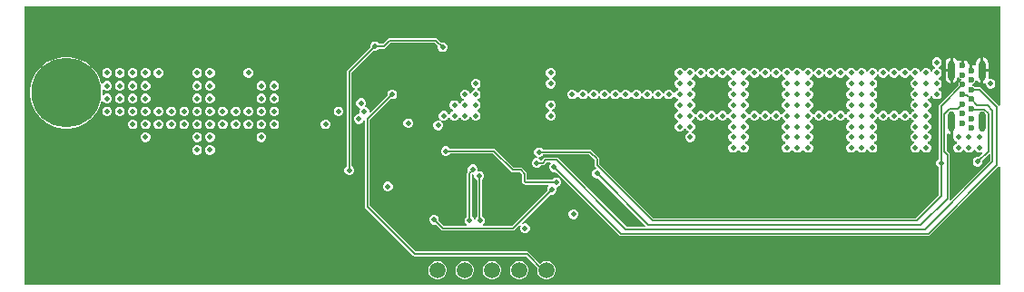
<source format=gbr>
%TF.GenerationSoftware,Altium Limited,Altium Designer,24.10.1 (45)*%
G04 Layer_Physical_Order=4*
G04 Layer_Color=16711680*
%FSLAX45Y45*%
%MOMM*%
%TF.SameCoordinates,6B7C1C4C-1752-458E-A365-839E3CDA317C*%
%TF.FilePolarity,Positive*%
%TF.FileFunction,Copper,L4,Bot,Signal*%
%TF.Part,Single*%
G01*
G75*
%TA.AperFunction,Conductor*%
%ADD34C,0.18000*%
%TA.AperFunction,ComponentPad*%
%ADD35O,0.60000X1.90000*%
%ADD36C,0.60000*%
%ADD37C,6.50000*%
%ADD38R,1.50000X1.50000*%
%ADD39C,1.50000*%
%TA.AperFunction,ViaPad*%
%ADD40C,0.50000*%
%ADD41C,0.60000*%
G36*
X15889999Y7497021D02*
X15877299Y7493169D01*
X15875645Y7495645D01*
X15710646Y7660644D01*
X15703468Y7665440D01*
X15695001Y7667124D01*
X15653131D01*
X15652911Y7667657D01*
X15641658Y7678909D01*
X15631142Y7683266D01*
Y7696732D01*
X15641658Y7701089D01*
X15652911Y7712341D01*
X15659000Y7727043D01*
Y7728062D01*
X15661275Y7729802D01*
X15678452Y7726955D01*
X15683060Y7720058D01*
X15701384Y7707814D01*
X15710300Y7706040D01*
Y7824999D01*
Y7943958D01*
X15701384Y7942185D01*
X15683060Y7929940D01*
X15670815Y7911615D01*
X15666515Y7889999D01*
Y7873792D01*
X15653815Y7868532D01*
X15650381Y7871965D01*
X15631700Y7879703D01*
Y7824999D01*
X15606300D01*
Y7879703D01*
X15601405Y7877676D01*
X15596400Y7881020D01*
X15587965Y7901381D01*
X15572382Y7916966D01*
X15553700Y7924704D01*
Y7870000D01*
X15528300D01*
Y7924704D01*
X15509619Y7916966D01*
X15502489Y7909836D01*
X15495319Y7910795D01*
X15488033Y7913341D01*
X15476942Y7929940D01*
X15458617Y7942185D01*
X15449699Y7943958D01*
Y7824999D01*
Y7706040D01*
X15458617Y7707814D01*
X15476942Y7720058D01*
X15489186Y7738384D01*
X15493082Y7757972D01*
X15498157Y7759911D01*
X15506087Y7759762D01*
X15507091Y7757342D01*
X15518343Y7746089D01*
X15528860Y7741733D01*
Y7728266D01*
X15518343Y7723910D01*
X15507091Y7712658D01*
X15500999Y7697956D01*
Y7682043D01*
X15501221Y7681510D01*
X15324355Y7504644D01*
X15319559Y7497466D01*
X15317876Y7488999D01*
Y6999543D01*
X15314510Y6998149D01*
X15301851Y6985490D01*
X15295000Y6968951D01*
Y6951049D01*
X15301851Y6934510D01*
X15314510Y6921851D01*
X15317876Y6920457D01*
Y6659165D01*
X15100835Y6442125D01*
X12659709D01*
X12152125Y6949709D01*
Y7000000D01*
X12150441Y7008467D01*
X12145645Y7015645D01*
X12085645Y7075645D01*
X12078467Y7080441D01*
X12070000Y7082125D01*
X11629543D01*
X11628149Y7085491D01*
X11615490Y7098149D01*
X11598951Y7105000D01*
X11581049D01*
X11564510Y7098149D01*
X11551851Y7085491D01*
X11545000Y7068951D01*
Y7051049D01*
X11551851Y7034510D01*
X11564510Y7021851D01*
X11574531Y7017700D01*
X11572005Y7005000D01*
X11561049D01*
X11544510Y6998149D01*
X11531851Y6985490D01*
X11525000Y6968951D01*
Y6951049D01*
X11531851Y6934510D01*
X11544510Y6921851D01*
X11561049Y6915000D01*
X11578951D01*
X11595490Y6921851D01*
X11608149Y6934510D01*
X11609543Y6937875D01*
X11622417D01*
X11630884Y6939559D01*
X11638062Y6944355D01*
X11661581Y6967875D01*
X11697329D01*
X11701535Y6955175D01*
X11691851Y6945490D01*
X11685000Y6928951D01*
Y6911049D01*
X11691851Y6894509D01*
X11704509Y6881851D01*
X11721049Y6875000D01*
X11738951D01*
X11742316Y6876394D01*
X12334355Y6284355D01*
X12341533Y6279559D01*
X12350000Y6277875D01*
X15220000D01*
X15228467Y6279559D01*
X15235645Y6284355D01*
X15875645Y6924355D01*
X15877299Y6926832D01*
X15889999Y6922979D01*
Y5820000D01*
X6790000D01*
X6790000Y8420000D01*
X15889999D01*
Y7497021D01*
D02*
G37*
G36*
X15449701Y7219842D02*
X15456226Y7211892D01*
X15455008Y7208955D01*
Y7191053D01*
X15461859Y7174513D01*
X15474518Y7161855D01*
X15486873Y7156737D01*
Y7143271D01*
X15474518Y7138153D01*
X15461859Y7125494D01*
X15455008Y7108955D01*
Y7091053D01*
X15461859Y7074513D01*
X15474518Y7061855D01*
X15491057Y7055004D01*
X15508958D01*
X15525499Y7061855D01*
X15538158Y7074513D01*
X15543275Y7086869D01*
X15556741D01*
X15561859Y7074513D01*
X15574518Y7061855D01*
X15591057Y7055004D01*
X15608958D01*
X15625499Y7061855D01*
X15638158Y7074513D01*
X15643275Y7086869D01*
X15656741D01*
X15661859Y7074513D01*
X15674518Y7061855D01*
X15691058Y7055004D01*
X15708958D01*
X15720558Y7059808D01*
X15727753Y7049042D01*
X15692316Y7013606D01*
X15688951Y7015000D01*
X15671049D01*
X15654509Y7008149D01*
X15641850Y6995490D01*
X15635001Y6978951D01*
Y6961049D01*
X15641850Y6944510D01*
X15654509Y6931851D01*
X15671049Y6925000D01*
X15688951D01*
X15705490Y6931851D01*
X15718149Y6944510D01*
X15725000Y6961049D01*
Y6978951D01*
X15723605Y6982316D01*
X15785175Y7043885D01*
X15797874Y7038625D01*
Y6979165D01*
X15425996Y6607287D01*
X15416133Y6615383D01*
X15419841Y6620933D01*
X15421526Y6629400D01*
Y7034604D01*
X15419841Y7043071D01*
X15415045Y7050249D01*
X15392125Y7073169D01*
Y7225583D01*
X15404825Y7232372D01*
X15415384Y7225317D01*
X15424301Y7223543D01*
Y7342502D01*
X15449701D01*
Y7219842D01*
D02*
G37*
G36*
X12107875Y6990835D02*
Y6940544D01*
X12109559Y6932078D01*
X12114355Y6924900D01*
X12122522Y6916733D01*
X12117687Y6903607D01*
X12104510Y6898149D01*
X12091851Y6885490D01*
X12085000Y6868951D01*
Y6851049D01*
X12091851Y6834510D01*
X12104510Y6821851D01*
X12121049Y6815000D01*
X12138951D01*
X12142316Y6816394D01*
X12583885Y6374825D01*
X12578625Y6362125D01*
X12409164D01*
X11765645Y7005645D01*
X11758467Y7010441D01*
X11750000Y7012125D01*
X11652417D01*
X11643950Y7010441D01*
X11636772Y7005645D01*
X11620350Y6989222D01*
X11608149Y6985491D01*
X11595490Y6998149D01*
X11585469Y7002300D01*
X11587995Y7015000D01*
X11598951D01*
X11615490Y7021851D01*
X11628149Y7034510D01*
X11629543Y7037875D01*
X12060835D01*
X12107875Y6990835D01*
D02*
G37*
%LPC*%
G36*
X10626000Y8126125D02*
X10197633D01*
X10189166Y8124441D01*
X10181988Y8119645D01*
X10134468Y8072125D01*
X10099543D01*
X10098149Y8075490D01*
X10085490Y8088149D01*
X10068951Y8095000D01*
X10051049D01*
X10034510Y8088149D01*
X10021851Y8075490D01*
X10015000Y8058951D01*
Y8041049D01*
X10016394Y8037684D01*
X9804355Y7825645D01*
X9799559Y7818467D01*
X9797875Y7810000D01*
Y6929543D01*
X9794509Y6928149D01*
X9781851Y6915490D01*
X9775000Y6898951D01*
Y6881049D01*
X9781851Y6864510D01*
X9794509Y6851851D01*
X9811049Y6845000D01*
X9828951D01*
X9845490Y6851851D01*
X9858149Y6864510D01*
X9865000Y6881049D01*
Y6898951D01*
X9858149Y6915490D01*
X9845490Y6928149D01*
X9842125Y6929543D01*
Y7800835D01*
X10047684Y8006394D01*
X10051049Y8005000D01*
X10068951D01*
X10085490Y8011851D01*
X10098149Y8024509D01*
X10099543Y8027875D01*
X10143633D01*
X10152100Y8029559D01*
X10159278Y8034355D01*
X10206797Y8081875D01*
X10616836D01*
X10646394Y8052316D01*
X10645000Y8048951D01*
Y8031049D01*
X10651851Y8014509D01*
X10664510Y8001851D01*
X10681049Y7995000D01*
X10698951D01*
X10715490Y8001851D01*
X10728149Y8014509D01*
X10735000Y8031049D01*
Y8048951D01*
X10728149Y8065490D01*
X10715490Y8078149D01*
X10698951Y8085000D01*
X10681049D01*
X10677684Y8083606D01*
X10641645Y8119645D01*
X10634467Y8124441D01*
X10626000Y8126125D01*
D02*
G37*
G36*
X15735699Y7943958D02*
Y7837699D01*
X15779486D01*
Y7889999D01*
X15775186Y7911615D01*
X15762943Y7929940D01*
X15744617Y7942185D01*
X15735699Y7943958D01*
D02*
G37*
G36*
X15424300D02*
X15415384Y7942185D01*
X15397060Y7929940D01*
X15384814Y7911615D01*
X15380515Y7889999D01*
Y7837699D01*
X15424300D01*
Y7943958D01*
D02*
G37*
G36*
X15308958Y7945004D02*
X15291057D01*
X15274518Y7938153D01*
X15261859Y7925495D01*
X15255008Y7908955D01*
Y7891053D01*
X15261859Y7874514D01*
X15274518Y7861855D01*
X15286873Y7856737D01*
Y7843271D01*
X15274518Y7838153D01*
X15261859Y7825495D01*
X15256741Y7813139D01*
X15243275D01*
X15238158Y7825495D01*
X15225499Y7838153D01*
X15208958Y7845004D01*
X15191057D01*
X15174518Y7838153D01*
X15161859Y7825495D01*
X15156741Y7813139D01*
X15143275D01*
X15138158Y7825495D01*
X15125499Y7838153D01*
X15108958Y7845004D01*
X15091057D01*
X15074518Y7838153D01*
X15061859Y7825495D01*
X15056741Y7813139D01*
X15043275D01*
X15038158Y7825495D01*
X15025499Y7838153D01*
X15008958Y7845004D01*
X14991057D01*
X14974518Y7838153D01*
X14961859Y7825495D01*
X14956741Y7813139D01*
X14943275D01*
X14938158Y7825495D01*
X14925497Y7838153D01*
X14908958Y7845004D01*
X14891057D01*
X14874518Y7838153D01*
X14861859Y7825495D01*
X14856741Y7813139D01*
X14843275D01*
X14838158Y7825495D01*
X14825497Y7838153D01*
X14808958Y7845004D01*
X14791057D01*
X14774518Y7838153D01*
X14761859Y7825495D01*
X14756741Y7813139D01*
X14743275D01*
X14738158Y7825495D01*
X14725497Y7838153D01*
X14708958Y7845004D01*
X14691057D01*
X14674518Y7838153D01*
X14661859Y7825495D01*
X14656741Y7813139D01*
X14643275D01*
X14638158Y7825495D01*
X14625497Y7838153D01*
X14608958Y7845004D01*
X14591057D01*
X14574516Y7838153D01*
X14561859Y7825495D01*
X14556741Y7813139D01*
X14543275D01*
X14538158Y7825495D01*
X14525497Y7838153D01*
X14508958Y7845004D01*
X14491057D01*
X14474516Y7838153D01*
X14461859Y7825495D01*
X14456741Y7813139D01*
X14443275D01*
X14438158Y7825495D01*
X14425497Y7838153D01*
X14408958Y7845004D01*
X14391057D01*
X14374516Y7838153D01*
X14361859Y7825495D01*
X14356741Y7813139D01*
X14343275D01*
X14338158Y7825495D01*
X14325497Y7838153D01*
X14308958Y7845004D01*
X14291057D01*
X14274516Y7838153D01*
X14261859Y7825495D01*
X14256741Y7813139D01*
X14243275D01*
X14238158Y7825495D01*
X14225497Y7838153D01*
X14208958Y7845004D01*
X14191057D01*
X14174516Y7838153D01*
X14161859Y7825495D01*
X14156741Y7813139D01*
X14143274D01*
X14138158Y7825495D01*
X14125497Y7838153D01*
X14108958Y7845004D01*
X14091057D01*
X14074516Y7838153D01*
X14061859Y7825495D01*
X14056741Y7813139D01*
X14043274D01*
X14038158Y7825495D01*
X14025497Y7838153D01*
X14008958Y7845004D01*
X13991057D01*
X13974516Y7838153D01*
X13961859Y7825495D01*
X13956741Y7813139D01*
X13943274D01*
X13938158Y7825495D01*
X13925497Y7838153D01*
X13908958Y7845004D01*
X13891057D01*
X13874516Y7838153D01*
X13861858Y7825495D01*
X13856741Y7813139D01*
X13843274D01*
X13838156Y7825495D01*
X13825497Y7838153D01*
X13808958Y7845004D01*
X13791055D01*
X13774516Y7838153D01*
X13761858Y7825495D01*
X13756741Y7813139D01*
X13743274D01*
X13738156Y7825495D01*
X13725497Y7838153D01*
X13708958Y7845004D01*
X13691055D01*
X13674516Y7838153D01*
X13661858Y7825495D01*
X13656741Y7813139D01*
X13643274D01*
X13638156Y7825495D01*
X13625497Y7838153D01*
X13608958Y7845004D01*
X13591055D01*
X13574516Y7838153D01*
X13561858Y7825495D01*
X13556740Y7813139D01*
X13543274D01*
X13538156Y7825495D01*
X13525497Y7838153D01*
X13508958Y7845004D01*
X13491055D01*
X13474516Y7838153D01*
X13461858Y7825495D01*
X13456740Y7813139D01*
X13443274D01*
X13438156Y7825495D01*
X13425497Y7838153D01*
X13408958Y7845004D01*
X13391055D01*
X13374516Y7838153D01*
X13361858Y7825495D01*
X13356740Y7813139D01*
X13343274D01*
X13338156Y7825495D01*
X13325497Y7838153D01*
X13308958Y7845004D01*
X13291055D01*
X13274516Y7838153D01*
X13261858Y7825495D01*
X13256740Y7813139D01*
X13243274D01*
X13238156Y7825495D01*
X13225497Y7838153D01*
X13208958Y7845004D01*
X13191055D01*
X13174516Y7838153D01*
X13161858Y7825495D01*
X13156740Y7813139D01*
X13143274D01*
X13138156Y7825495D01*
X13125497Y7838153D01*
X13108958Y7845004D01*
X13091055D01*
X13074516Y7838153D01*
X13061858Y7825495D01*
X13056740Y7813139D01*
X13043274D01*
X13038156Y7825495D01*
X13025497Y7838153D01*
X13008958Y7845004D01*
X12991055D01*
X12974516Y7838153D01*
X12961858Y7825495D01*
X12956740Y7813139D01*
X12943274D01*
X12938156Y7825495D01*
X12925497Y7838153D01*
X12908958Y7845004D01*
X12891055D01*
X12874516Y7838153D01*
X12861858Y7825495D01*
X12855006Y7808955D01*
Y7791053D01*
X12861858Y7774514D01*
X12874516Y7761855D01*
X12886871Y7756737D01*
Y7743271D01*
X12874516Y7738153D01*
X12861858Y7725495D01*
X12855006Y7708955D01*
Y7691053D01*
X12861858Y7674514D01*
X12874516Y7661855D01*
X12886871Y7656737D01*
Y7643271D01*
X12874516Y7638153D01*
X12861858Y7625495D01*
X12856740Y7613139D01*
X12843274D01*
X12838156Y7625495D01*
X12825497Y7638153D01*
X12808958Y7645004D01*
X12791056D01*
X12774516Y7638153D01*
X12761858Y7625495D01*
X12756740Y7613139D01*
X12743274D01*
X12738156Y7625495D01*
X12725497Y7638153D01*
X12708958Y7645004D01*
X12691056D01*
X12674516Y7638153D01*
X12661858Y7625495D01*
X12656740Y7613139D01*
X12643274D01*
X12638156Y7625495D01*
X12625497Y7638153D01*
X12608958Y7645004D01*
X12591056D01*
X12574516Y7638153D01*
X12561858Y7625495D01*
X12556740Y7613139D01*
X12543274D01*
X12538156Y7625495D01*
X12525497Y7638153D01*
X12508958Y7645004D01*
X12491056D01*
X12474516Y7638153D01*
X12461858Y7625495D01*
X12456740Y7613139D01*
X12443274D01*
X12438156Y7625495D01*
X12425497Y7638153D01*
X12408958Y7645004D01*
X12391056D01*
X12374516Y7638153D01*
X12361858Y7625495D01*
X12356740Y7613139D01*
X12343274D01*
X12338156Y7625495D01*
X12325497Y7638153D01*
X12308958Y7645004D01*
X12291056D01*
X12274516Y7638153D01*
X12261858Y7625495D01*
X12256740Y7613139D01*
X12243273D01*
X12238156Y7625495D01*
X12225497Y7638153D01*
X12208958Y7645004D01*
X12191056D01*
X12174516Y7638153D01*
X12161858Y7625495D01*
X12156740Y7613139D01*
X12143273D01*
X12138156Y7625495D01*
X12125497Y7638153D01*
X12108957Y7645004D01*
X12091056D01*
X12074516Y7638153D01*
X12061858Y7625495D01*
X12056740Y7613139D01*
X12043273D01*
X12038156Y7625495D01*
X12025497Y7638153D01*
X12008957Y7645004D01*
X11991056D01*
X11974516Y7638153D01*
X11961857Y7625495D01*
X11956740Y7613139D01*
X11943273D01*
X11938155Y7625495D01*
X11925497Y7638153D01*
X11908957Y7645004D01*
X11891055D01*
X11874516Y7638153D01*
X11861857Y7625495D01*
X11855007Y7608955D01*
Y7591053D01*
X11861857Y7574514D01*
X11874516Y7561855D01*
X11891055Y7555004D01*
X11908957D01*
X11925497Y7561855D01*
X11938155Y7574514D01*
X11943273Y7586869D01*
X11956740D01*
X11961857Y7574514D01*
X11974516Y7561855D01*
X11991056Y7555004D01*
X12008957D01*
X12025497Y7561855D01*
X12038156Y7574514D01*
X12043273Y7586869D01*
X12056740D01*
X12061858Y7574514D01*
X12074516Y7561855D01*
X12091056Y7555004D01*
X12108957D01*
X12125497Y7561855D01*
X12138156Y7574514D01*
X12143273Y7586869D01*
X12156740D01*
X12161858Y7574514D01*
X12174516Y7561855D01*
X12191056Y7555004D01*
X12208958D01*
X12225497Y7561855D01*
X12238156Y7574514D01*
X12243273Y7586869D01*
X12256740D01*
X12261858Y7574514D01*
X12274516Y7561855D01*
X12291056Y7555004D01*
X12308958D01*
X12325497Y7561855D01*
X12338156Y7574514D01*
X12343274Y7586869D01*
X12356740D01*
X12361858Y7574514D01*
X12374516Y7561855D01*
X12391056Y7555004D01*
X12408958D01*
X12425497Y7561855D01*
X12438156Y7574514D01*
X12443274Y7586869D01*
X12456740D01*
X12461858Y7574514D01*
X12474516Y7561855D01*
X12491056Y7555004D01*
X12508958D01*
X12525497Y7561855D01*
X12538156Y7574514D01*
X12543274Y7586869D01*
X12556740D01*
X12561858Y7574514D01*
X12574516Y7561855D01*
X12591056Y7555004D01*
X12608958D01*
X12625497Y7561855D01*
X12638156Y7574514D01*
X12643274Y7586869D01*
X12656740D01*
X12661858Y7574514D01*
X12674516Y7561855D01*
X12691056Y7555004D01*
X12708958D01*
X12725497Y7561855D01*
X12738156Y7574514D01*
X12743274Y7586869D01*
X12756740D01*
X12761858Y7574514D01*
X12774516Y7561855D01*
X12791056Y7555004D01*
X12808958D01*
X12825497Y7561855D01*
X12838156Y7574514D01*
X12843274Y7586869D01*
X12856740D01*
X12861858Y7574514D01*
X12874516Y7561855D01*
X12886871Y7556737D01*
Y7543271D01*
X12874516Y7538153D01*
X12861858Y7525494D01*
X12855006Y7508955D01*
Y7491053D01*
X12861858Y7474514D01*
X12874516Y7461855D01*
X12886871Y7456737D01*
Y7443271D01*
X12874516Y7438153D01*
X12861858Y7425494D01*
X12855006Y7408955D01*
Y7391053D01*
X12861858Y7374514D01*
X12874516Y7361855D01*
X12886871Y7356737D01*
Y7343271D01*
X12874516Y7338153D01*
X12861858Y7325494D01*
X12855006Y7308955D01*
Y7291053D01*
X12861858Y7274514D01*
X12874516Y7261855D01*
X12891055Y7255004D01*
X12908958D01*
X12925497Y7261855D01*
X12938156Y7274514D01*
X12943274Y7286869D01*
X12956740D01*
X12961858Y7274514D01*
X12974516Y7261855D01*
X12986871Y7256737D01*
Y7243271D01*
X12974516Y7238153D01*
X12961858Y7225494D01*
X12955006Y7208955D01*
Y7191053D01*
X12961858Y7174513D01*
X12974516Y7161855D01*
X12991055Y7155004D01*
X13008958D01*
X13025497Y7161855D01*
X13038156Y7174513D01*
X13045007Y7191053D01*
Y7208955D01*
X13038156Y7225494D01*
X13025497Y7238153D01*
X13013142Y7243271D01*
Y7256737D01*
X13025497Y7261855D01*
X13038156Y7274514D01*
X13045007Y7291053D01*
Y7308955D01*
X13038156Y7325494D01*
X13025497Y7338153D01*
X13013142Y7343271D01*
Y7356737D01*
X13025497Y7361855D01*
X13038156Y7374514D01*
X13043274Y7386869D01*
X13056740D01*
X13061858Y7374514D01*
X13074516Y7361855D01*
X13091055Y7355004D01*
X13108958D01*
X13125497Y7361855D01*
X13138156Y7374514D01*
X13143274Y7386869D01*
X13156740D01*
X13161858Y7374514D01*
X13174516Y7361855D01*
X13191055Y7355004D01*
X13208958D01*
X13225497Y7361855D01*
X13238156Y7374514D01*
X13243274Y7386869D01*
X13256740D01*
X13261858Y7374514D01*
X13274516Y7361855D01*
X13291055Y7355004D01*
X13308958D01*
X13325497Y7361855D01*
X13338156Y7374514D01*
X13343274Y7386869D01*
X13356740D01*
X13361858Y7374514D01*
X13374516Y7361855D01*
X13386871Y7356737D01*
Y7343271D01*
X13374516Y7338153D01*
X13361858Y7325494D01*
X13355006Y7308955D01*
Y7291053D01*
X13361858Y7274514D01*
X13374516Y7261855D01*
X13386871Y7256737D01*
Y7243271D01*
X13374516Y7238153D01*
X13361858Y7225494D01*
X13355006Y7208955D01*
Y7191053D01*
X13361858Y7174513D01*
X13374516Y7161855D01*
X13386871Y7156737D01*
Y7143271D01*
X13374516Y7138153D01*
X13361858Y7125494D01*
X13355006Y7108955D01*
Y7091053D01*
X13361858Y7074513D01*
X13374516Y7061855D01*
X13391055Y7055004D01*
X13408958D01*
X13425497Y7061855D01*
X13438156Y7074513D01*
X13443274Y7086869D01*
X13456740D01*
X13461858Y7074513D01*
X13474516Y7061855D01*
X13491055Y7055004D01*
X13508958D01*
X13525497Y7061855D01*
X13538156Y7074513D01*
X13545007Y7091053D01*
Y7108955D01*
X13538156Y7125494D01*
X13525497Y7138153D01*
X13513142Y7143271D01*
Y7156737D01*
X13525497Y7161855D01*
X13538156Y7174513D01*
X13545007Y7191053D01*
Y7208955D01*
X13538156Y7225494D01*
X13525497Y7238153D01*
X13513142Y7243271D01*
Y7256737D01*
X13525497Y7261855D01*
X13538156Y7274514D01*
X13545007Y7291053D01*
Y7308955D01*
X13538156Y7325494D01*
X13525497Y7338153D01*
X13513142Y7343271D01*
Y7356737D01*
X13525497Y7361855D01*
X13538156Y7374514D01*
X13543274Y7386869D01*
X13556740D01*
X13561858Y7374514D01*
X13574516Y7361855D01*
X13591055Y7355004D01*
X13608958D01*
X13625497Y7361855D01*
X13638156Y7374514D01*
X13643274Y7386869D01*
X13656741D01*
X13661858Y7374514D01*
X13674516Y7361855D01*
X13691055Y7355004D01*
X13708958D01*
X13725497Y7361855D01*
X13738156Y7374514D01*
X13743274Y7386869D01*
X13756741D01*
X13761858Y7374514D01*
X13774516Y7361855D01*
X13791055Y7355004D01*
X13808958D01*
X13825497Y7361855D01*
X13838156Y7374514D01*
X13843274Y7386869D01*
X13856741D01*
X13861858Y7374514D01*
X13874516Y7361855D01*
X13886871Y7356737D01*
Y7343271D01*
X13874516Y7338153D01*
X13861858Y7325494D01*
X13855008Y7308955D01*
Y7291053D01*
X13861858Y7274514D01*
X13874516Y7261855D01*
X13886871Y7256737D01*
Y7243271D01*
X13874516Y7238153D01*
X13861858Y7225494D01*
X13855008Y7208955D01*
Y7191053D01*
X13861858Y7174513D01*
X13874516Y7161855D01*
X13886871Y7156737D01*
Y7143271D01*
X13874516Y7138153D01*
X13861858Y7125494D01*
X13855008Y7108955D01*
Y7091053D01*
X13861858Y7074513D01*
X13874516Y7061855D01*
X13891057Y7055004D01*
X13908958D01*
X13925497Y7061855D01*
X13938158Y7074513D01*
X13943274Y7086869D01*
X13956741D01*
X13961859Y7074513D01*
X13974516Y7061855D01*
X13991057Y7055004D01*
X14008958D01*
X14025497Y7061855D01*
X14038158Y7074513D01*
X14043274Y7086869D01*
X14056741D01*
X14061859Y7074513D01*
X14074516Y7061855D01*
X14091057Y7055004D01*
X14108958D01*
X14125497Y7061855D01*
X14138158Y7074513D01*
X14145007Y7091053D01*
Y7108955D01*
X14138158Y7125494D01*
X14125497Y7138153D01*
X14113142Y7143271D01*
Y7156737D01*
X14125497Y7161855D01*
X14138158Y7174513D01*
X14145007Y7191053D01*
Y7208955D01*
X14138158Y7225494D01*
X14125497Y7238153D01*
X14113142Y7243271D01*
Y7256737D01*
X14125497Y7261855D01*
X14138158Y7274514D01*
X14145007Y7291053D01*
Y7308955D01*
X14138158Y7325494D01*
X14125497Y7338153D01*
X14113142Y7343271D01*
Y7356737D01*
X14125497Y7361855D01*
X14138158Y7374514D01*
X14143274Y7386869D01*
X14156741D01*
X14161859Y7374514D01*
X14174516Y7361855D01*
X14191057Y7355004D01*
X14208958D01*
X14225497Y7361855D01*
X14238158Y7374514D01*
X14243275Y7386869D01*
X14256741D01*
X14261859Y7374514D01*
X14274516Y7361855D01*
X14291057Y7355004D01*
X14308958D01*
X14325497Y7361855D01*
X14338158Y7374514D01*
X14343275Y7386869D01*
X14356741D01*
X14361859Y7374514D01*
X14374516Y7361855D01*
X14391057Y7355004D01*
X14408958D01*
X14425497Y7361855D01*
X14438158Y7374514D01*
X14443275Y7386869D01*
X14456741D01*
X14461859Y7374514D01*
X14474516Y7361855D01*
X14486873Y7356737D01*
Y7343271D01*
X14474516Y7338153D01*
X14461859Y7325494D01*
X14455008Y7308955D01*
Y7291053D01*
X14461859Y7274514D01*
X14474516Y7261855D01*
X14486873Y7256737D01*
Y7243271D01*
X14474516Y7238153D01*
X14461859Y7225494D01*
X14455008Y7208955D01*
Y7191053D01*
X14461859Y7174513D01*
X14474516Y7161855D01*
X14486873Y7156737D01*
Y7143271D01*
X14474516Y7138153D01*
X14461859Y7125494D01*
X14455008Y7108955D01*
Y7091053D01*
X14461859Y7074513D01*
X14474516Y7061855D01*
X14491057Y7055004D01*
X14508958D01*
X14525497Y7061855D01*
X14538158Y7074513D01*
X14543275Y7086869D01*
X14556741D01*
X14561859Y7074513D01*
X14574516Y7061855D01*
X14591057Y7055004D01*
X14608958D01*
X14625497Y7061855D01*
X14638158Y7074513D01*
X14643275Y7086869D01*
X14656741D01*
X14661859Y7074513D01*
X14674518Y7061855D01*
X14691057Y7055004D01*
X14708958D01*
X14725497Y7061855D01*
X14738158Y7074513D01*
X14745007Y7091053D01*
Y7108955D01*
X14738158Y7125494D01*
X14725497Y7138153D01*
X14713142Y7143271D01*
Y7156737D01*
X14725497Y7161855D01*
X14738158Y7174513D01*
X14745007Y7191053D01*
Y7208955D01*
X14738158Y7225494D01*
X14725497Y7238153D01*
X14713142Y7243271D01*
Y7256737D01*
X14725497Y7261855D01*
X14738158Y7274514D01*
X14745007Y7291053D01*
Y7308955D01*
X14738158Y7325494D01*
X14725497Y7338153D01*
X14713142Y7343271D01*
Y7356737D01*
X14725497Y7361855D01*
X14738158Y7374514D01*
X14743275Y7386869D01*
X14756741D01*
X14761859Y7374514D01*
X14774518Y7361855D01*
X14791057Y7355004D01*
X14808958D01*
X14825497Y7361855D01*
X14838158Y7374514D01*
X14843275Y7386869D01*
X14856741D01*
X14861859Y7374514D01*
X14874518Y7361855D01*
X14891057Y7355004D01*
X14908958D01*
X14925497Y7361855D01*
X14938158Y7374514D01*
X14943275Y7386869D01*
X14956741D01*
X14961859Y7374514D01*
X14974518Y7361855D01*
X14991057Y7355004D01*
X15008958D01*
X15025499Y7361855D01*
X15038158Y7374514D01*
X15043275Y7386869D01*
X15056741D01*
X15061859Y7374514D01*
X15074518Y7361855D01*
X15086873Y7356737D01*
Y7343271D01*
X15074518Y7338153D01*
X15061859Y7325494D01*
X15055008Y7308955D01*
Y7291053D01*
X15061859Y7274514D01*
X15074518Y7261855D01*
X15086873Y7256737D01*
Y7243271D01*
X15074518Y7238153D01*
X15061859Y7225494D01*
X15055008Y7208955D01*
Y7191053D01*
X15061859Y7174513D01*
X15074518Y7161855D01*
X15086873Y7156737D01*
Y7143271D01*
X15074518Y7138153D01*
X15061859Y7125494D01*
X15055008Y7108955D01*
Y7091053D01*
X15061859Y7074513D01*
X15074518Y7061855D01*
X15091057Y7055004D01*
X15108958D01*
X15125499Y7061855D01*
X15138158Y7074513D01*
X15143275Y7086869D01*
X15156741D01*
X15161859Y7074513D01*
X15174518Y7061855D01*
X15191057Y7055004D01*
X15208958D01*
X15225499Y7061855D01*
X15238158Y7074513D01*
X15245007Y7091053D01*
Y7108955D01*
X15238158Y7125494D01*
X15225499Y7138153D01*
X15213142Y7143271D01*
Y7156737D01*
X15225499Y7161855D01*
X15238158Y7174513D01*
X15245007Y7191053D01*
Y7208955D01*
X15238158Y7225494D01*
X15225499Y7238153D01*
X15213142Y7243271D01*
Y7256737D01*
X15225499Y7261855D01*
X15238158Y7274514D01*
X15245007Y7291053D01*
Y7308955D01*
X15238158Y7325494D01*
X15225499Y7338153D01*
X15213142Y7343271D01*
Y7356737D01*
X15225499Y7361855D01*
X15238158Y7374514D01*
X15245007Y7391053D01*
Y7408955D01*
X15238158Y7425494D01*
X15225499Y7438153D01*
X15213142Y7443271D01*
Y7456737D01*
X15225499Y7461855D01*
X15238158Y7474514D01*
X15245007Y7491053D01*
Y7508955D01*
X15238158Y7525494D01*
X15225499Y7538153D01*
X15213142Y7543271D01*
Y7556737D01*
X15225499Y7561855D01*
X15238158Y7574514D01*
X15243275Y7586869D01*
X15256741D01*
X15261859Y7574514D01*
X15274518Y7561855D01*
X15291057Y7555004D01*
X15308958D01*
X15325499Y7561855D01*
X15338158Y7574514D01*
X15345007Y7591053D01*
Y7608955D01*
X15338158Y7625495D01*
X15325499Y7638153D01*
X15313142Y7643271D01*
Y7656737D01*
X15325499Y7661855D01*
X15338158Y7674514D01*
X15345007Y7691053D01*
Y7708955D01*
X15338158Y7725495D01*
X15325499Y7738153D01*
X15313142Y7743271D01*
Y7756737D01*
X15325499Y7761855D01*
X15338158Y7774514D01*
X15345007Y7791053D01*
Y7808955D01*
X15338158Y7825495D01*
X15325499Y7838153D01*
X15313142Y7843271D01*
Y7856737D01*
X15325499Y7861855D01*
X15338158Y7874514D01*
X15345007Y7891053D01*
Y7908955D01*
X15338158Y7925495D01*
X15325499Y7938153D01*
X15308958Y7945004D01*
D02*
G37*
G36*
X8888952Y7845001D02*
X8871050D01*
X8854511Y7838150D01*
X8841852Y7825491D01*
X8835001Y7808952D01*
Y7791050D01*
X8841852Y7774510D01*
X8854511Y7761852D01*
X8871050Y7755001D01*
X8888952D01*
X8905491Y7761852D01*
X8918150Y7774510D01*
X8925001Y7791050D01*
Y7808952D01*
X8918150Y7825491D01*
X8905491Y7838150D01*
X8888952Y7845001D01*
D02*
G37*
G36*
X8528952D02*
X8511050D01*
X8494511Y7838150D01*
X8481852Y7825491D01*
X8475001Y7808952D01*
Y7791050D01*
X8481852Y7774510D01*
X8494511Y7761852D01*
X8511050Y7755001D01*
X8528952D01*
X8545491Y7761852D01*
X8558150Y7774510D01*
X8565001Y7791050D01*
Y7808952D01*
X8558150Y7825491D01*
X8545491Y7838150D01*
X8528952Y7845001D01*
D02*
G37*
G36*
X8408952D02*
X8391050D01*
X8374511Y7838150D01*
X8361852Y7825491D01*
X8355001Y7808952D01*
Y7791050D01*
X8361852Y7774510D01*
X8374511Y7761852D01*
X8391050Y7755001D01*
X8408952D01*
X8425491Y7761852D01*
X8438150Y7774510D01*
X8445001Y7791050D01*
Y7808952D01*
X8438150Y7825491D01*
X8425491Y7838150D01*
X8408952Y7845001D01*
D02*
G37*
G36*
X8048952D02*
X8031050D01*
X8014511Y7838150D01*
X8001852Y7825491D01*
X7995001Y7808952D01*
Y7791050D01*
X8001852Y7774510D01*
X8014511Y7761852D01*
X8031050Y7755001D01*
X8048952D01*
X8065491Y7761852D01*
X8078150Y7774510D01*
X8085001Y7791050D01*
Y7808952D01*
X8078150Y7825491D01*
X8065491Y7838150D01*
X8048952Y7845001D01*
D02*
G37*
G36*
X7928952D02*
X7911050D01*
X7894510Y7838150D01*
X7881852Y7825491D01*
X7875001Y7808952D01*
Y7791050D01*
X7881852Y7774510D01*
X7894510Y7761852D01*
X7911050Y7755001D01*
X7928952D01*
X7945491Y7761852D01*
X7958150Y7774510D01*
X7965001Y7791050D01*
Y7808952D01*
X7958150Y7825491D01*
X7945491Y7838150D01*
X7928952Y7845001D01*
D02*
G37*
G36*
X7808952D02*
X7791050D01*
X7774510Y7838150D01*
X7761852Y7825491D01*
X7755001Y7808952D01*
Y7791050D01*
X7761852Y7774510D01*
X7774510Y7761852D01*
X7791050Y7755001D01*
X7808952D01*
X7825491Y7761852D01*
X7838150Y7774510D01*
X7845001Y7791050D01*
Y7808952D01*
X7838150Y7825491D01*
X7825491Y7838150D01*
X7808952Y7845001D01*
D02*
G37*
G36*
X7688952D02*
X7671050D01*
X7654510Y7838150D01*
X7641852Y7825491D01*
X7635001Y7808952D01*
Y7791050D01*
X7641852Y7774510D01*
X7654510Y7761852D01*
X7671050Y7755001D01*
X7688952D01*
X7705491Y7761852D01*
X7718150Y7774510D01*
X7725001Y7791050D01*
Y7808952D01*
X7718150Y7825491D01*
X7705491Y7838150D01*
X7688952Y7845001D01*
D02*
G37*
G36*
X7568952D02*
X7551050D01*
X7534510Y7838150D01*
X7521852Y7825491D01*
X7515001Y7808952D01*
Y7791050D01*
X7521852Y7774510D01*
X7534510Y7761852D01*
X7551050Y7755001D01*
X7568952D01*
X7585491Y7761852D01*
X7598150Y7774510D01*
X7605001Y7791050D01*
Y7808952D01*
X7598150Y7825491D01*
X7585491Y7838150D01*
X7568952Y7845001D01*
D02*
G37*
G36*
X15424300Y7812299D02*
X15380515D01*
Y7759999D01*
X15384814Y7738384D01*
X15397060Y7720058D01*
X15415384Y7707814D01*
X15424300Y7706040D01*
Y7812299D01*
D02*
G37*
G36*
X15779486D02*
X15735699D01*
Y7706040D01*
X15742308Y7707355D01*
X15750755Y7702893D01*
X15755009Y7699483D01*
Y7691053D01*
X15761861Y7674514D01*
X15774518Y7661855D01*
X15791058Y7655004D01*
X15808958D01*
X15825499Y7661855D01*
X15838158Y7674514D01*
X15845007Y7691053D01*
Y7708955D01*
X15838158Y7725495D01*
X15825499Y7738153D01*
X15808958Y7745004D01*
X15791058D01*
X15787640Y7743589D01*
X15777824Y7751646D01*
X15779486Y7759999D01*
Y7812299D01*
D02*
G37*
G36*
X11708957Y7845004D02*
X11691055D01*
X11674516Y7838153D01*
X11661857Y7825495D01*
X11655006Y7808955D01*
Y7791053D01*
X11661857Y7774514D01*
X11674516Y7761855D01*
X11686871Y7756737D01*
Y7743271D01*
X11674516Y7738153D01*
X11661857Y7725495D01*
X11655006Y7708955D01*
Y7691053D01*
X11661857Y7674514D01*
X11674516Y7661855D01*
X11691055Y7655004D01*
X11708957D01*
X11725497Y7661855D01*
X11738155Y7674514D01*
X11745006Y7691053D01*
Y7708955D01*
X11738155Y7725495D01*
X11725497Y7738153D01*
X11713141Y7743271D01*
Y7756737D01*
X11725497Y7761855D01*
X11738155Y7774514D01*
X11745006Y7791053D01*
Y7808955D01*
X11738155Y7825495D01*
X11725497Y7838153D01*
X11708957Y7845004D01*
D02*
G37*
G36*
X9128952Y7725001D02*
X9111050D01*
X9094511Y7718150D01*
X9081852Y7705491D01*
X9075001Y7688952D01*
Y7671050D01*
X9081852Y7654510D01*
X9094511Y7641852D01*
X9111050Y7635001D01*
X9128952D01*
X9145491Y7641852D01*
X9158150Y7654510D01*
X9165001Y7671050D01*
Y7688952D01*
X9158150Y7705491D01*
X9145491Y7718150D01*
X9128952Y7725001D01*
D02*
G37*
G36*
X9008952D02*
X8991050D01*
X8974511Y7718150D01*
X8961852Y7705491D01*
X8955001Y7688952D01*
Y7671050D01*
X8961852Y7654510D01*
X8974511Y7641852D01*
X8991050Y7635001D01*
X9008952D01*
X9025491Y7641852D01*
X9038150Y7654510D01*
X9045001Y7671050D01*
Y7688952D01*
X9038150Y7705491D01*
X9025491Y7718150D01*
X9008952Y7725001D01*
D02*
G37*
G36*
X8528952D02*
X8511050D01*
X8494511Y7718150D01*
X8481852Y7705491D01*
X8475001Y7688952D01*
Y7671050D01*
X8481852Y7654510D01*
X8494511Y7641852D01*
X8511050Y7635001D01*
X8528952D01*
X8545491Y7641852D01*
X8558150Y7654510D01*
X8565001Y7671050D01*
Y7688952D01*
X8558150Y7705491D01*
X8545491Y7718150D01*
X8528952Y7725001D01*
D02*
G37*
G36*
X8408952D02*
X8391050D01*
X8374511Y7718150D01*
X8361852Y7705491D01*
X8355001Y7688952D01*
Y7671050D01*
X8361852Y7654510D01*
X8374511Y7641852D01*
X8391050Y7635001D01*
X8408952D01*
X8425491Y7641852D01*
X8438150Y7654510D01*
X8445001Y7671050D01*
Y7688952D01*
X8438150Y7705491D01*
X8425491Y7718150D01*
X8408952Y7725001D01*
D02*
G37*
G36*
X7928952D02*
X7911050D01*
X7894510Y7718150D01*
X7881852Y7705491D01*
X7875001Y7688952D01*
Y7671050D01*
X7881852Y7654510D01*
X7894510Y7641852D01*
X7911050Y7635001D01*
X7928952D01*
X7945491Y7641852D01*
X7958150Y7654510D01*
X7965001Y7671050D01*
Y7688952D01*
X7958150Y7705491D01*
X7945491Y7718150D01*
X7928952Y7725001D01*
D02*
G37*
G36*
X7808952D02*
X7791050D01*
X7774510Y7718150D01*
X7761852Y7705491D01*
X7755001Y7688952D01*
Y7671050D01*
X7761852Y7654510D01*
X7774510Y7641852D01*
X7791050Y7635001D01*
X7808952D01*
X7825491Y7641852D01*
X7838150Y7654510D01*
X7845001Y7671050D01*
Y7688952D01*
X7838150Y7705491D01*
X7825491Y7718150D01*
X7808952Y7725001D01*
D02*
G37*
G36*
X7688952D02*
X7671050D01*
X7654510Y7718150D01*
X7641852Y7705491D01*
X7635001Y7688952D01*
Y7671050D01*
X7641852Y7654510D01*
X7654510Y7641852D01*
X7671050Y7635001D01*
X7688952D01*
X7705491Y7641852D01*
X7718150Y7654510D01*
X7725001Y7671050D01*
Y7688952D01*
X7718150Y7705491D01*
X7705491Y7718150D01*
X7688952Y7725001D01*
D02*
G37*
G36*
X7206365Y7950750D02*
X7153635D01*
X7101554Y7942501D01*
X7051404Y7926206D01*
X7004422Y7902267D01*
X6961762Y7871273D01*
X6924476Y7833988D01*
X6893482Y7791328D01*
X6869543Y7744345D01*
X6853249Y7694196D01*
X6845000Y7642115D01*
Y7589385D01*
X6853249Y7537304D01*
X6869543Y7487154D01*
X6893482Y7440172D01*
X6924476Y7397512D01*
X6961762Y7360226D01*
X7004422Y7329232D01*
X7051404Y7305293D01*
X7101554Y7288999D01*
X7153635Y7280750D01*
X7206365D01*
X7258446Y7288999D01*
X7308595Y7305293D01*
X7355578Y7329232D01*
X7398238Y7360226D01*
X7435523Y7397512D01*
X7466517Y7440172D01*
X7490456Y7487154D01*
X7506751Y7537304D01*
X7506805Y7537649D01*
X7519910Y7539200D01*
X7521852Y7534510D01*
X7534510Y7521852D01*
X7551050Y7515001D01*
X7568952D01*
X7585491Y7521852D01*
X7598150Y7534510D01*
X7605001Y7551050D01*
Y7568952D01*
X7598150Y7585491D01*
X7585491Y7598150D01*
X7568952Y7605001D01*
X7551050D01*
X7534510Y7598150D01*
X7527700Y7591339D01*
X7515000Y7596600D01*
Y7642115D01*
X7514757Y7643644D01*
X7526656Y7649707D01*
X7534510Y7641852D01*
X7551050Y7635001D01*
X7568952D01*
X7585491Y7641852D01*
X7598150Y7654510D01*
X7605001Y7671050D01*
Y7688952D01*
X7598150Y7705491D01*
X7585491Y7718150D01*
X7568952Y7725001D01*
X7551050D01*
X7534510Y7718150D01*
X7521852Y7705491D01*
X7518816Y7698162D01*
X7505290Y7698693D01*
X7490456Y7744345D01*
X7466517Y7791328D01*
X7435523Y7833988D01*
X7398238Y7871273D01*
X7355578Y7902267D01*
X7308595Y7926206D01*
X7258446Y7942501D01*
X7206365Y7950750D01*
D02*
G37*
G36*
X11008957Y7745004D02*
X10991055D01*
X10974516Y7738153D01*
X10961857Y7725495D01*
X10955006Y7708955D01*
Y7691053D01*
X10961857Y7674514D01*
X10974516Y7661855D01*
X10986871Y7656737D01*
Y7643271D01*
X10974516Y7638153D01*
X10961857Y7625495D01*
X10956739Y7613139D01*
X10943273D01*
X10938155Y7625495D01*
X10925496Y7638153D01*
X10908957Y7645004D01*
X10891055D01*
X10874515Y7638153D01*
X10861857Y7625495D01*
X10855006Y7608955D01*
Y7591053D01*
X10861857Y7574514D01*
X10874515Y7561855D01*
X10886871Y7556737D01*
Y7543271D01*
X10874515Y7538153D01*
X10861857Y7525494D01*
X10856739Y7513139D01*
X10843273D01*
X10838155Y7525494D01*
X10825496Y7538153D01*
X10808957Y7545004D01*
X10791055D01*
X10774515Y7538153D01*
X10761857Y7525494D01*
X10755006Y7508955D01*
Y7491053D01*
X10761857Y7474514D01*
X10774515Y7461855D01*
X10786871Y7456737D01*
Y7443271D01*
X10774515Y7438153D01*
X10761857Y7425494D01*
X10756739Y7413139D01*
X10743273D01*
X10738155Y7425494D01*
X10725496Y7438153D01*
X10708957Y7445004D01*
X10691055D01*
X10674515Y7438153D01*
X10661857Y7425494D01*
X10655006Y7408955D01*
Y7391053D01*
X10661857Y7374514D01*
X10670698Y7365672D01*
X10674515Y7361855D01*
X10668896Y7350881D01*
X10658951Y7355000D01*
X10641049D01*
X10624510Y7348149D01*
X10611851Y7335491D01*
X10605000Y7318951D01*
Y7301049D01*
X10611851Y7284510D01*
X10624510Y7271851D01*
X10641049Y7265000D01*
X10658951D01*
X10675490Y7271851D01*
X10688149Y7284510D01*
X10695000Y7301049D01*
Y7318951D01*
X10688149Y7335491D01*
X10679307Y7344332D01*
X10675491Y7348149D01*
X10681109Y7359123D01*
X10691055Y7355004D01*
X10708957D01*
X10725496Y7361855D01*
X10738155Y7374514D01*
X10743273Y7386869D01*
X10756739D01*
X10761857Y7374514D01*
X10774515Y7361855D01*
X10791055Y7355004D01*
X10808957D01*
X10825496Y7361855D01*
X10838155Y7374514D01*
X10843273Y7386869D01*
X10856739D01*
X10861857Y7374514D01*
X10874515Y7361855D01*
X10891055Y7355004D01*
X10908957D01*
X10925496Y7361855D01*
X10938155Y7374514D01*
X10943273Y7386869D01*
X10956739D01*
X10961857Y7374514D01*
X10974516Y7361855D01*
X10991055Y7355004D01*
X11008957D01*
X11025496Y7361855D01*
X11038155Y7374514D01*
X11045006Y7391053D01*
Y7408955D01*
X11038155Y7425494D01*
X11025496Y7438153D01*
X11013141Y7443271D01*
Y7456737D01*
X11025496Y7461855D01*
X11038155Y7474514D01*
X11045006Y7491053D01*
Y7508955D01*
X11038155Y7525494D01*
X11025496Y7538153D01*
X11013141Y7543271D01*
Y7556737D01*
X11025496Y7561855D01*
X11038155Y7574514D01*
X11045006Y7591053D01*
Y7608955D01*
X11038155Y7625495D01*
X11025496Y7638153D01*
X11013141Y7643271D01*
Y7656737D01*
X11025496Y7661855D01*
X11038155Y7674514D01*
X11045006Y7691053D01*
Y7708955D01*
X11038155Y7725495D01*
X11025496Y7738153D01*
X11008957Y7745004D01*
D02*
G37*
G36*
X9128952Y7605001D02*
X9111050D01*
X9094511Y7598150D01*
X9081852Y7585491D01*
X9075001Y7568952D01*
Y7551050D01*
X9081852Y7534510D01*
X9094511Y7521852D01*
X9111050Y7515001D01*
X9128952D01*
X9145491Y7521852D01*
X9158150Y7534510D01*
X9165001Y7551050D01*
Y7568952D01*
X9158150Y7585491D01*
X9145491Y7598150D01*
X9128952Y7605001D01*
D02*
G37*
G36*
X9008952D02*
X8991050D01*
X8974511Y7598150D01*
X8961852Y7585491D01*
X8955001Y7568952D01*
Y7551050D01*
X8961852Y7534510D01*
X8974511Y7521852D01*
X8991050Y7515001D01*
X9008952D01*
X9025491Y7521852D01*
X9038150Y7534510D01*
X9045001Y7551050D01*
Y7568952D01*
X9038150Y7585491D01*
X9025491Y7598150D01*
X9008952Y7605001D01*
D02*
G37*
G36*
X8528952D02*
X8511050D01*
X8494511Y7598150D01*
X8481852Y7585491D01*
X8475001Y7568952D01*
Y7551050D01*
X8481852Y7534510D01*
X8494511Y7521852D01*
X8511050Y7515001D01*
X8528952D01*
X8545491Y7521852D01*
X8558150Y7534510D01*
X8565001Y7551050D01*
Y7568952D01*
X8558150Y7585491D01*
X8545491Y7598150D01*
X8528952Y7605001D01*
D02*
G37*
G36*
X8408952D02*
X8391050D01*
X8374511Y7598150D01*
X8361852Y7585491D01*
X8355001Y7568952D01*
Y7551050D01*
X8361852Y7534510D01*
X8374511Y7521852D01*
X8391050Y7515001D01*
X8408952D01*
X8425491Y7521852D01*
X8438150Y7534510D01*
X8445001Y7551050D01*
Y7568952D01*
X8438150Y7585491D01*
X8425491Y7598150D01*
X8408952Y7605001D01*
D02*
G37*
G36*
X7928952D02*
X7911050D01*
X7894510Y7598150D01*
X7881852Y7585491D01*
X7875001Y7568952D01*
Y7551050D01*
X7881852Y7534510D01*
X7894510Y7521852D01*
X7911050Y7515001D01*
X7928952D01*
X7945491Y7521852D01*
X7958150Y7534510D01*
X7965001Y7551050D01*
Y7568952D01*
X7958150Y7585491D01*
X7945491Y7598150D01*
X7928952Y7605001D01*
D02*
G37*
G36*
X7808952D02*
X7791050D01*
X7774510Y7598150D01*
X7761852Y7585491D01*
X7755001Y7568952D01*
Y7551050D01*
X7761852Y7534510D01*
X7774510Y7521852D01*
X7791050Y7515001D01*
X7808952D01*
X7825491Y7521852D01*
X7838150Y7534510D01*
X7845001Y7551050D01*
Y7568952D01*
X7838150Y7585491D01*
X7825491Y7598150D01*
X7808952Y7605001D01*
D02*
G37*
G36*
X7688952D02*
X7671050D01*
X7654510Y7598150D01*
X7641852Y7585491D01*
X7635001Y7568952D01*
Y7551050D01*
X7641852Y7534510D01*
X7654510Y7521852D01*
X7671050Y7515001D01*
X7688952D01*
X7705491Y7521852D01*
X7718150Y7534510D01*
X7725001Y7551050D01*
Y7568952D01*
X7718150Y7585491D01*
X7705491Y7598150D01*
X7688952Y7605001D01*
D02*
G37*
G36*
X10228951Y7645000D02*
X10211049D01*
X10194510Y7638149D01*
X10181851Y7625490D01*
X10175000Y7608951D01*
Y7591049D01*
X10176394Y7587684D01*
X10016734Y7428024D01*
X10014432Y7428618D01*
X10005001Y7434251D01*
Y7448952D01*
X9998150Y7465491D01*
X9985492Y7478150D01*
X9974361Y7482760D01*
X9969217Y7492489D01*
X9969395Y7497517D01*
X9975000Y7511049D01*
Y7528951D01*
X9968149Y7545490D01*
X9955490Y7558149D01*
X9938951Y7565000D01*
X9921049D01*
X9904510Y7558149D01*
X9891851Y7545490D01*
X9885000Y7528951D01*
Y7511049D01*
X9891851Y7494510D01*
X9904510Y7481851D01*
X9915641Y7477240D01*
X9920784Y7467511D01*
X9920606Y7462483D01*
X9915001Y7448952D01*
Y7431050D01*
X9916389Y7427700D01*
X9907903Y7415000D01*
X9901049D01*
X9884510Y7408149D01*
X9871851Y7395490D01*
X9865000Y7378951D01*
Y7361049D01*
X9871851Y7344510D01*
X9884510Y7331851D01*
X9901049Y7325000D01*
X9918951D01*
X9935490Y7331851D01*
X9948149Y7344510D01*
X9955000Y7361049D01*
Y7378951D01*
X9955734Y7379897D01*
X9962350Y7386470D01*
X9964166Y7385078D01*
X9969035Y7375832D01*
X9967875Y7370000D01*
Y6550000D01*
X9969559Y6541533D01*
X9974355Y6534355D01*
X10414355Y6094355D01*
X10421533Y6089559D01*
X10430000Y6087875D01*
X11468836D01*
X11575646Y5981064D01*
X11573000Y5971190D01*
Y5948810D01*
X11578793Y5927191D01*
X11589983Y5907809D01*
X11605809Y5891983D01*
X11625191Y5880793D01*
X11646810Y5875000D01*
X11669191D01*
X11690809Y5880793D01*
X11710191Y5891983D01*
X11726017Y5907809D01*
X11737207Y5927191D01*
X11743000Y5948810D01*
Y5971190D01*
X11737207Y5992809D01*
X11726017Y6012191D01*
X11710191Y6028017D01*
X11690809Y6039207D01*
X11669191Y6045000D01*
X11646810D01*
X11625191Y6039207D01*
X11605809Y6028017D01*
X11598541Y6020749D01*
X11493645Y6125645D01*
X11486467Y6130441D01*
X11478000Y6132125D01*
X10439165D01*
X10012125Y6559165D01*
Y7360835D01*
X10207684Y7556394D01*
X10211049Y7555000D01*
X10228951D01*
X10245491Y7561851D01*
X10258149Y7574510D01*
X10265000Y7591049D01*
Y7608951D01*
X10258149Y7625490D01*
X10245491Y7638149D01*
X10228951Y7645000D01*
D02*
G37*
G36*
X9728952Y7485001D02*
X9711050D01*
X9694511Y7478150D01*
X9681852Y7465491D01*
X9675001Y7448952D01*
Y7431050D01*
X9681852Y7414510D01*
X9694511Y7401852D01*
X9711050Y7395001D01*
X9728952D01*
X9745492Y7401852D01*
X9758150Y7414510D01*
X9765001Y7431050D01*
Y7448952D01*
X9758150Y7465491D01*
X9745492Y7478150D01*
X9728952Y7485001D01*
D02*
G37*
G36*
X9128952D02*
X9111050D01*
X9094511Y7478150D01*
X9081852Y7465491D01*
X9075001Y7448952D01*
Y7431050D01*
X9081852Y7414510D01*
X9094511Y7401852D01*
X9111050Y7395001D01*
X9128952D01*
X9145491Y7401852D01*
X9158150Y7414510D01*
X9165001Y7431050D01*
Y7448952D01*
X9158150Y7465491D01*
X9145491Y7478150D01*
X9128952Y7485001D01*
D02*
G37*
G36*
X9008952D02*
X8991050D01*
X8974511Y7478150D01*
X8961852Y7465491D01*
X8955001Y7448952D01*
Y7431050D01*
X8961852Y7414510D01*
X8974511Y7401852D01*
X8991050Y7395001D01*
X9008952D01*
X9025491Y7401852D01*
X9038150Y7414510D01*
X9045001Y7431050D01*
Y7448952D01*
X9038150Y7465491D01*
X9025491Y7478150D01*
X9008952Y7485001D01*
D02*
G37*
G36*
X8888952D02*
X8871050D01*
X8854511Y7478150D01*
X8841852Y7465491D01*
X8835001Y7448952D01*
Y7431050D01*
X8841852Y7414510D01*
X8854511Y7401852D01*
X8871050Y7395001D01*
X8888952D01*
X8905491Y7401852D01*
X8918150Y7414510D01*
X8925001Y7431050D01*
Y7448952D01*
X8918150Y7465491D01*
X8905491Y7478150D01*
X8888952Y7485001D01*
D02*
G37*
G36*
X8768952D02*
X8751050D01*
X8734511Y7478150D01*
X8721852Y7465491D01*
X8715001Y7448952D01*
Y7431050D01*
X8721852Y7414510D01*
X8734511Y7401852D01*
X8751050Y7395001D01*
X8768952D01*
X8785491Y7401852D01*
X8798150Y7414510D01*
X8805001Y7431050D01*
Y7448952D01*
X8798150Y7465491D01*
X8785491Y7478150D01*
X8768952Y7485001D01*
D02*
G37*
G36*
X8648952D02*
X8631050D01*
X8614511Y7478150D01*
X8601852Y7465491D01*
X8595001Y7448952D01*
Y7431050D01*
X8601852Y7414510D01*
X8614511Y7401852D01*
X8631050Y7395001D01*
X8648952D01*
X8665491Y7401852D01*
X8678150Y7414510D01*
X8685001Y7431050D01*
Y7448952D01*
X8678150Y7465491D01*
X8665491Y7478150D01*
X8648952Y7485001D01*
D02*
G37*
G36*
X8528952D02*
X8511050D01*
X8494511Y7478150D01*
X8481852Y7465491D01*
X8475001Y7448952D01*
Y7431050D01*
X8481852Y7414510D01*
X8494511Y7401852D01*
X8511050Y7395001D01*
X8528952D01*
X8545491Y7401852D01*
X8558150Y7414510D01*
X8565001Y7431050D01*
Y7448952D01*
X8558150Y7465491D01*
X8545491Y7478150D01*
X8528952Y7485001D01*
D02*
G37*
G36*
X8408952D02*
X8391050D01*
X8374511Y7478150D01*
X8361852Y7465491D01*
X8355001Y7448952D01*
Y7431050D01*
X8361852Y7414510D01*
X8374511Y7401852D01*
X8391050Y7395001D01*
X8408952D01*
X8425491Y7401852D01*
X8438150Y7414510D01*
X8445001Y7431050D01*
Y7448952D01*
X8438150Y7465491D01*
X8425491Y7478150D01*
X8408952Y7485001D01*
D02*
G37*
G36*
X8288952D02*
X8271050D01*
X8254511Y7478150D01*
X8241852Y7465491D01*
X8235001Y7448952D01*
Y7431050D01*
X8241852Y7414510D01*
X8254511Y7401852D01*
X8271050Y7395001D01*
X8288952D01*
X8305491Y7401852D01*
X8318150Y7414510D01*
X8325001Y7431050D01*
Y7448952D01*
X8318150Y7465491D01*
X8305491Y7478150D01*
X8288952Y7485001D01*
D02*
G37*
G36*
X8168952D02*
X8151050D01*
X8134511Y7478150D01*
X8121852Y7465491D01*
X8115001Y7448952D01*
Y7431050D01*
X8121852Y7414510D01*
X8134511Y7401852D01*
X8151050Y7395001D01*
X8168952D01*
X8185491Y7401852D01*
X8198150Y7414510D01*
X8205001Y7431050D01*
Y7448952D01*
X8198150Y7465491D01*
X8185491Y7478150D01*
X8168952Y7485001D01*
D02*
G37*
G36*
X8048952D02*
X8031050D01*
X8014511Y7478150D01*
X8001852Y7465491D01*
X7995001Y7448952D01*
Y7431050D01*
X8001852Y7414510D01*
X8014511Y7401852D01*
X8031050Y7395001D01*
X8048952D01*
X8065491Y7401852D01*
X8078150Y7414510D01*
X8085001Y7431050D01*
Y7448952D01*
X8078150Y7465491D01*
X8065491Y7478150D01*
X8048952Y7485001D01*
D02*
G37*
G36*
X7928952D02*
X7911050D01*
X7894510Y7478150D01*
X7881852Y7465491D01*
X7875001Y7448952D01*
Y7431050D01*
X7881852Y7414510D01*
X7894510Y7401852D01*
X7911050Y7395001D01*
X7928952D01*
X7945491Y7401852D01*
X7958150Y7414510D01*
X7965001Y7431050D01*
Y7448952D01*
X7958150Y7465491D01*
X7945491Y7478150D01*
X7928952Y7485001D01*
D02*
G37*
G36*
X7808952D02*
X7791050D01*
X7774510Y7478150D01*
X7761852Y7465491D01*
X7755001Y7448952D01*
Y7431050D01*
X7761852Y7414510D01*
X7774510Y7401852D01*
X7791050Y7395001D01*
X7808952D01*
X7825491Y7401852D01*
X7838150Y7414510D01*
X7845001Y7431050D01*
Y7448952D01*
X7838150Y7465491D01*
X7825491Y7478150D01*
X7808952Y7485001D01*
D02*
G37*
G36*
X7688952D02*
X7671050D01*
X7654510Y7478150D01*
X7641852Y7465491D01*
X7635001Y7448952D01*
Y7431050D01*
X7641852Y7414510D01*
X7654510Y7401852D01*
X7671050Y7395001D01*
X7688952D01*
X7705491Y7401852D01*
X7718150Y7414510D01*
X7725001Y7431050D01*
Y7448952D01*
X7718150Y7465491D01*
X7705491Y7478150D01*
X7688952Y7485001D01*
D02*
G37*
G36*
X7568952D02*
X7551050D01*
X7534510Y7478150D01*
X7521852Y7465491D01*
X7515001Y7448952D01*
Y7431050D01*
X7521852Y7414510D01*
X7534510Y7401852D01*
X7551050Y7395001D01*
X7568952D01*
X7585491Y7401852D01*
X7598150Y7414510D01*
X7605001Y7431050D01*
Y7448952D01*
X7598150Y7465491D01*
X7585491Y7478150D01*
X7568952Y7485001D01*
D02*
G37*
G36*
X11708957Y7545004D02*
X11691055D01*
X11674516Y7538153D01*
X11661857Y7525494D01*
X11655006Y7508955D01*
Y7491053D01*
X11661857Y7474514D01*
X11674516Y7461855D01*
X11686871Y7456737D01*
Y7443271D01*
X11674516Y7438153D01*
X11661857Y7425494D01*
X11655006Y7408955D01*
Y7391053D01*
X11661857Y7374514D01*
X11674516Y7361855D01*
X11691055Y7355004D01*
X11708957D01*
X11725497Y7361855D01*
X11738155Y7374514D01*
X11745006Y7391053D01*
Y7408955D01*
X11738155Y7425494D01*
X11725497Y7438153D01*
X11713141Y7443271D01*
Y7456737D01*
X11725497Y7461855D01*
X11738155Y7474514D01*
X11745006Y7491053D01*
Y7508955D01*
X11738155Y7525494D01*
X11725497Y7538153D01*
X11708957Y7545004D01*
D02*
G37*
G36*
X10378951Y7375000D02*
X10361049D01*
X10344510Y7368149D01*
X10331851Y7355490D01*
X10325000Y7338951D01*
Y7321049D01*
X10331851Y7304510D01*
X10344510Y7291851D01*
X10361049Y7285000D01*
X10378951D01*
X10395491Y7291851D01*
X10408149Y7304510D01*
X10415000Y7321049D01*
Y7338951D01*
X10408149Y7355490D01*
X10395491Y7368149D01*
X10378951Y7375000D01*
D02*
G37*
G36*
X9608952Y7365001D02*
X9591050D01*
X9574511Y7358150D01*
X9561852Y7345491D01*
X9555001Y7328952D01*
Y7311050D01*
X9561852Y7294510D01*
X9574511Y7281852D01*
X9591050Y7275001D01*
X9608952D01*
X9625492Y7281852D01*
X9638150Y7294510D01*
X9645001Y7311050D01*
Y7328952D01*
X9638150Y7345491D01*
X9625492Y7358150D01*
X9608952Y7365001D01*
D02*
G37*
G36*
X9128952D02*
X9111050D01*
X9094511Y7358150D01*
X9081852Y7345491D01*
X9075001Y7328952D01*
Y7311050D01*
X9081852Y7294510D01*
X9094511Y7281852D01*
X9111050Y7275001D01*
X9128952D01*
X9145491Y7281852D01*
X9158150Y7294510D01*
X9165001Y7311050D01*
Y7328952D01*
X9158150Y7345491D01*
X9145491Y7358150D01*
X9128952Y7365001D01*
D02*
G37*
G36*
X9008952D02*
X8991050D01*
X8974511Y7358150D01*
X8961852Y7345491D01*
X8955001Y7328952D01*
Y7311050D01*
X8961852Y7294510D01*
X8974511Y7281852D01*
X8991050Y7275001D01*
X9008952D01*
X9025491Y7281852D01*
X9038150Y7294510D01*
X9045001Y7311050D01*
Y7328952D01*
X9038150Y7345491D01*
X9025491Y7358150D01*
X9008952Y7365001D01*
D02*
G37*
G36*
X8888952D02*
X8871050D01*
X8854511Y7358150D01*
X8841852Y7345491D01*
X8835001Y7328952D01*
Y7311050D01*
X8841852Y7294510D01*
X8854511Y7281852D01*
X8871050Y7275001D01*
X8888952D01*
X8905491Y7281852D01*
X8918150Y7294510D01*
X8925001Y7311050D01*
Y7328952D01*
X8918150Y7345491D01*
X8905491Y7358150D01*
X8888952Y7365001D01*
D02*
G37*
G36*
X8768952D02*
X8751050D01*
X8734511Y7358150D01*
X8721852Y7345491D01*
X8715001Y7328952D01*
Y7311050D01*
X8721852Y7294510D01*
X8734511Y7281852D01*
X8751050Y7275001D01*
X8768952D01*
X8785491Y7281852D01*
X8798150Y7294510D01*
X8805001Y7311050D01*
Y7328952D01*
X8798150Y7345491D01*
X8785491Y7358150D01*
X8768952Y7365001D01*
D02*
G37*
G36*
X8648952D02*
X8631050D01*
X8614511Y7358150D01*
X8601852Y7345491D01*
X8595001Y7328952D01*
Y7311050D01*
X8601852Y7294510D01*
X8614511Y7281852D01*
X8631050Y7275001D01*
X8648952D01*
X8665491Y7281852D01*
X8678150Y7294510D01*
X8685001Y7311050D01*
Y7328952D01*
X8678150Y7345491D01*
X8665491Y7358150D01*
X8648952Y7365001D01*
D02*
G37*
G36*
X8528952D02*
X8511050D01*
X8494511Y7358150D01*
X8481852Y7345491D01*
X8475001Y7328952D01*
Y7311050D01*
X8481852Y7294510D01*
X8494511Y7281852D01*
X8511050Y7275001D01*
X8528952D01*
X8545491Y7281852D01*
X8558150Y7294510D01*
X8565001Y7311050D01*
Y7328952D01*
X8558150Y7345491D01*
X8545491Y7358150D01*
X8528952Y7365001D01*
D02*
G37*
G36*
X8408952D02*
X8391050D01*
X8374511Y7358150D01*
X8361852Y7345491D01*
X8355001Y7328952D01*
Y7311050D01*
X8361852Y7294510D01*
X8374511Y7281852D01*
X8391050Y7275001D01*
X8408952D01*
X8425491Y7281852D01*
X8438150Y7294510D01*
X8445001Y7311050D01*
Y7328952D01*
X8438150Y7345491D01*
X8425491Y7358150D01*
X8408952Y7365001D01*
D02*
G37*
G36*
X8288952D02*
X8271050D01*
X8254511Y7358150D01*
X8241852Y7345491D01*
X8235001Y7328952D01*
Y7311050D01*
X8241852Y7294510D01*
X8254511Y7281852D01*
X8271050Y7275001D01*
X8288952D01*
X8305491Y7281852D01*
X8318150Y7294510D01*
X8325001Y7311050D01*
Y7328952D01*
X8318150Y7345491D01*
X8305491Y7358150D01*
X8288952Y7365001D01*
D02*
G37*
G36*
X8168952D02*
X8151050D01*
X8134511Y7358150D01*
X8121852Y7345491D01*
X8115001Y7328952D01*
Y7311050D01*
X8121852Y7294510D01*
X8134511Y7281852D01*
X8151050Y7275001D01*
X8168952D01*
X8185491Y7281852D01*
X8198150Y7294510D01*
X8205001Y7311050D01*
Y7328952D01*
X8198150Y7345491D01*
X8185491Y7358150D01*
X8168952Y7365001D01*
D02*
G37*
G36*
X8048952D02*
X8031050D01*
X8014511Y7358150D01*
X8001852Y7345491D01*
X7995001Y7328952D01*
Y7311050D01*
X8001852Y7294510D01*
X8014511Y7281852D01*
X8031050Y7275001D01*
X8048952D01*
X8065491Y7281852D01*
X8078150Y7294510D01*
X8085001Y7311050D01*
Y7328952D01*
X8078150Y7345491D01*
X8065491Y7358150D01*
X8048952Y7365001D01*
D02*
G37*
G36*
X7928952D02*
X7911050D01*
X7894510Y7358150D01*
X7881852Y7345491D01*
X7875001Y7328952D01*
Y7311050D01*
X7881852Y7294510D01*
X7894510Y7281852D01*
X7911050Y7275001D01*
X7928952D01*
X7945491Y7281852D01*
X7958150Y7294510D01*
X7965001Y7311050D01*
Y7328952D01*
X7958150Y7345491D01*
X7945491Y7358150D01*
X7928952Y7365001D01*
D02*
G37*
G36*
X7808952D02*
X7791050D01*
X7774510Y7358150D01*
X7761852Y7345491D01*
X7755001Y7328952D01*
Y7311050D01*
X7761852Y7294510D01*
X7774510Y7281852D01*
X7791050Y7275001D01*
X7808952D01*
X7825491Y7281852D01*
X7838150Y7294510D01*
X7845001Y7311050D01*
Y7328952D01*
X7838150Y7345491D01*
X7825491Y7358150D01*
X7808952Y7365001D01*
D02*
G37*
G36*
X9008952Y7245001D02*
X8991050D01*
X8974511Y7238150D01*
X8961852Y7225491D01*
X8955001Y7208952D01*
Y7191050D01*
X8961852Y7174510D01*
X8974511Y7161852D01*
X8991050Y7155001D01*
X9008952D01*
X9025491Y7161852D01*
X9038150Y7174510D01*
X9045001Y7191050D01*
Y7208952D01*
X9038150Y7225491D01*
X9025491Y7238150D01*
X9008952Y7245001D01*
D02*
G37*
G36*
X8528952D02*
X8511050D01*
X8494511Y7238150D01*
X8481852Y7225491D01*
X8475001Y7208952D01*
Y7191050D01*
X8481852Y7174510D01*
X8494511Y7161852D01*
X8511050Y7155001D01*
X8528952D01*
X8545491Y7161852D01*
X8558150Y7174510D01*
X8565001Y7191050D01*
Y7208952D01*
X8558150Y7225491D01*
X8545491Y7238150D01*
X8528952Y7245001D01*
D02*
G37*
G36*
X8408952D02*
X8391050D01*
X8374511Y7238150D01*
X8361852Y7225491D01*
X8355001Y7208952D01*
Y7191050D01*
X8361852Y7174510D01*
X8374511Y7161852D01*
X8391050Y7155001D01*
X8408952D01*
X8425491Y7161852D01*
X8438150Y7174510D01*
X8445001Y7191050D01*
Y7208952D01*
X8438150Y7225491D01*
X8425491Y7238150D01*
X8408952Y7245001D01*
D02*
G37*
G36*
X7928952D02*
X7911050D01*
X7894510Y7238150D01*
X7881852Y7225491D01*
X7875001Y7208952D01*
Y7191050D01*
X7881852Y7174510D01*
X7894510Y7161852D01*
X7911050Y7155001D01*
X7928952D01*
X7945491Y7161852D01*
X7958150Y7174510D01*
X7965001Y7191050D01*
Y7208952D01*
X7958150Y7225491D01*
X7945491Y7238150D01*
X7928952Y7245001D01*
D02*
G37*
G36*
X8528952Y7125001D02*
X8511050D01*
X8494511Y7118150D01*
X8481852Y7105491D01*
X8475001Y7088952D01*
Y7071050D01*
X8481852Y7054510D01*
X8494511Y7041852D01*
X8511050Y7035001D01*
X8528952D01*
X8545491Y7041852D01*
X8558150Y7054510D01*
X8565001Y7071050D01*
Y7088952D01*
X8558150Y7105491D01*
X8545491Y7118150D01*
X8528952Y7125001D01*
D02*
G37*
G36*
X8408952D02*
X8391050D01*
X8374511Y7118150D01*
X8361852Y7105491D01*
X8355001Y7088952D01*
Y7071050D01*
X8361852Y7054510D01*
X8374511Y7041852D01*
X8391050Y7035001D01*
X8408952D01*
X8425491Y7041852D01*
X8438150Y7054510D01*
X8445001Y7071050D01*
Y7088952D01*
X8438150Y7105491D01*
X8425491Y7118150D01*
X8408952Y7125001D01*
D02*
G37*
G36*
X10188951Y6785000D02*
X10171049D01*
X10154510Y6778149D01*
X10141851Y6765490D01*
X10135000Y6748951D01*
Y6731049D01*
X10141851Y6714510D01*
X10154510Y6701851D01*
X10171049Y6695000D01*
X10188951D01*
X10205490Y6701851D01*
X10218149Y6714510D01*
X10225000Y6731049D01*
Y6748951D01*
X10218149Y6765490D01*
X10205490Y6778149D01*
X10188951Y6785000D01*
D02*
G37*
G36*
X11918951Y6525000D02*
X11901049D01*
X11884510Y6518149D01*
X11871851Y6505490D01*
X11865000Y6488951D01*
Y6471049D01*
X11871851Y6454509D01*
X11884510Y6441851D01*
X11901049Y6435000D01*
X11918951D01*
X11935490Y6441851D01*
X11948149Y6454509D01*
X11955000Y6471049D01*
Y6488951D01*
X11948149Y6505490D01*
X11935490Y6518149D01*
X11918951Y6525000D01*
D02*
G37*
G36*
X10728951Y7115000D02*
X10711049D01*
X10694509Y7108149D01*
X10681851Y7095491D01*
X10675000Y7078951D01*
Y7061049D01*
X10681851Y7044510D01*
X10694509Y7031851D01*
X10711049Y7025000D01*
X10728951D01*
X10745490Y7031851D01*
X10758149Y7044510D01*
X10759543Y7047875D01*
X11160836D01*
X11329956Y6878755D01*
X11337134Y6873959D01*
X11345601Y6872275D01*
X11410439D01*
X11432275Y6850439D01*
Y6790544D01*
X11433959Y6782077D01*
X11438755Y6774899D01*
X11449299Y6764355D01*
X11456477Y6759559D01*
X11464944Y6757875D01*
X11677329D01*
X11681535Y6745175D01*
X11671851Y6735490D01*
X11665000Y6718951D01*
Y6701049D01*
X11666394Y6697684D01*
X11340835Y6372125D01*
X11072671D01*
X11068465Y6384825D01*
X11078149Y6394510D01*
X11085000Y6411049D01*
Y6428951D01*
X11078149Y6445491D01*
X11065490Y6458149D01*
X11057125Y6461614D01*
Y6803486D01*
X11068149Y6814510D01*
X11075000Y6831049D01*
Y6848951D01*
X11068149Y6865490D01*
X11055490Y6878149D01*
X11038951Y6885000D01*
X11026241D01*
X11018933Y6888933D01*
X11015000Y6896241D01*
Y6908951D01*
X11008149Y6925490D01*
X10995490Y6938149D01*
X10978951Y6945000D01*
X10961049D01*
X10944509Y6938149D01*
X10931851Y6925490D01*
X10925000Y6908951D01*
Y6891049D01*
X10928930Y6881561D01*
X10924355Y6876985D01*
X10919559Y6869807D01*
X10917875Y6861341D01*
Y6459543D01*
X10914510Y6458149D01*
X10901851Y6445491D01*
X10895000Y6428951D01*
Y6411049D01*
X10901851Y6394510D01*
X10911535Y6384825D01*
X10907329Y6372125D01*
X10699165D01*
X10653606Y6417684D01*
X10655000Y6421049D01*
Y6438951D01*
X10648149Y6455491D01*
X10635491Y6468149D01*
X10618951Y6475000D01*
X10601049D01*
X10584510Y6468149D01*
X10571851Y6455491D01*
X10565000Y6438951D01*
Y6421049D01*
X10571851Y6404510D01*
X10584510Y6391851D01*
X10601049Y6385000D01*
X10618951D01*
X10622316Y6386394D01*
X10674355Y6334355D01*
X10681533Y6329559D01*
X10690000Y6327875D01*
X11350000D01*
X11358467Y6329559D01*
X11365645Y6334355D01*
X11409041Y6377751D01*
X11419807Y6370557D01*
X11415000Y6358951D01*
Y6341049D01*
X11421851Y6324510D01*
X11434510Y6311851D01*
X11451049Y6305000D01*
X11468951D01*
X11485490Y6311851D01*
X11498149Y6324510D01*
X11505000Y6341049D01*
Y6358951D01*
X11498149Y6375490D01*
X11485490Y6388149D01*
X11468951Y6395000D01*
X11451049D01*
X11439443Y6390192D01*
X11432249Y6400959D01*
X11697684Y6666394D01*
X11701049Y6665000D01*
X11718951D01*
X11735490Y6671851D01*
X11748149Y6684510D01*
X11755000Y6701049D01*
Y6718951D01*
X11752591Y6724767D01*
X11761638Y6736113D01*
X11775491Y6741851D01*
X11788149Y6754509D01*
X11795000Y6771049D01*
Y6788951D01*
X11788149Y6805490D01*
X11775491Y6818149D01*
X11758951Y6825000D01*
X11741049D01*
X11724510Y6818149D01*
X11711851Y6805490D01*
X11710457Y6802125D01*
X11476525D01*
Y6859604D01*
X11474841Y6868071D01*
X11470045Y6875249D01*
X11435249Y6910045D01*
X11428071Y6914841D01*
X11419604Y6916525D01*
X11354765D01*
X11185645Y7085645D01*
X11178467Y7090441D01*
X11170000Y7092125D01*
X10759543D01*
X10758149Y7095491D01*
X10745490Y7108149D01*
X10728951Y7115000D01*
D02*
G37*
G36*
X11415191Y6045000D02*
X11392810D01*
X11371191Y6039207D01*
X11351809Y6028017D01*
X11335983Y6012191D01*
X11324793Y5992809D01*
X11319000Y5971190D01*
Y5948810D01*
X11324793Y5927191D01*
X11335983Y5907809D01*
X11351809Y5891983D01*
X11371191Y5880793D01*
X11392810Y5875000D01*
X11415191D01*
X11436809Y5880793D01*
X11456191Y5891983D01*
X11472017Y5907809D01*
X11483207Y5927191D01*
X11489000Y5948810D01*
Y5971190D01*
X11483207Y5992809D01*
X11472017Y6012191D01*
X11456191Y6028017D01*
X11436809Y6039207D01*
X11415191Y6045000D01*
D02*
G37*
G36*
X11161191D02*
X11138810D01*
X11117191Y6039207D01*
X11097809Y6028017D01*
X11081983Y6012191D01*
X11070793Y5992809D01*
X11065000Y5971190D01*
Y5948810D01*
X11070793Y5927191D01*
X11081983Y5907809D01*
X11097809Y5891983D01*
X11117191Y5880793D01*
X11138810Y5875000D01*
X11161191D01*
X11182809Y5880793D01*
X11202191Y5891983D01*
X11218017Y5907809D01*
X11229207Y5927191D01*
X11235000Y5948810D01*
Y5971190D01*
X11229207Y5992809D01*
X11218017Y6012191D01*
X11202191Y6028017D01*
X11182809Y6039207D01*
X11161191Y6045000D01*
D02*
G37*
G36*
X10907191D02*
X10884810D01*
X10863191Y6039207D01*
X10843809Y6028017D01*
X10827983Y6012191D01*
X10816793Y5992809D01*
X10811000Y5971190D01*
Y5948810D01*
X10816793Y5927191D01*
X10827983Y5907809D01*
X10843809Y5891983D01*
X10863191Y5880793D01*
X10884810Y5875000D01*
X10907191D01*
X10928809Y5880793D01*
X10948191Y5891983D01*
X10964017Y5907809D01*
X10975207Y5927191D01*
X10981000Y5948810D01*
Y5971190D01*
X10975207Y5992809D01*
X10964017Y6012191D01*
X10948191Y6028017D01*
X10928809Y6039207D01*
X10907191Y6045000D01*
D02*
G37*
G36*
X10653191D02*
X10630810D01*
X10609191Y6039207D01*
X10589809Y6028017D01*
X10573983Y6012191D01*
X10562793Y5992809D01*
X10557000Y5971190D01*
Y5948810D01*
X10562793Y5927191D01*
X10573983Y5907809D01*
X10589809Y5891983D01*
X10609191Y5880793D01*
X10630810Y5875000D01*
X10653191D01*
X10674809Y5880793D01*
X10694191Y5891983D01*
X10710017Y5907809D01*
X10721207Y5927191D01*
X10727000Y5948810D01*
Y5971190D01*
X10721207Y5992809D01*
X10710017Y6012191D01*
X10694191Y6028017D01*
X10674809Y6039207D01*
X10653191Y6045000D01*
D02*
G37*
%LPD*%
G36*
X15061859Y7774514D02*
X15074518Y7761855D01*
X15086873Y7756737D01*
Y7743271D01*
X15074518Y7738153D01*
X15061859Y7725495D01*
X15055008Y7708955D01*
Y7691053D01*
X15061859Y7674514D01*
X15074518Y7661855D01*
X15086873Y7656737D01*
Y7643271D01*
X15074518Y7638153D01*
X15061859Y7625495D01*
X15055008Y7608955D01*
Y7591053D01*
X15061859Y7574514D01*
X15074518Y7561855D01*
X15086873Y7556737D01*
Y7543271D01*
X15074518Y7538153D01*
X15061859Y7525494D01*
X15055008Y7508955D01*
Y7491053D01*
X15061859Y7474514D01*
X15074518Y7461855D01*
X15086873Y7456737D01*
Y7443271D01*
X15074518Y7438153D01*
X15061859Y7425494D01*
X15056741Y7413139D01*
X15043275D01*
X15038158Y7425494D01*
X15025499Y7438153D01*
X15008958Y7445004D01*
X14991057D01*
X14974518Y7438153D01*
X14961859Y7425494D01*
X14956741Y7413139D01*
X14943275D01*
X14938158Y7425494D01*
X14925497Y7438153D01*
X14908958Y7445004D01*
X14891057D01*
X14874518Y7438153D01*
X14861859Y7425494D01*
X14856741Y7413139D01*
X14843275D01*
X14838158Y7425494D01*
X14825497Y7438153D01*
X14808958Y7445004D01*
X14791057D01*
X14774518Y7438153D01*
X14761859Y7425494D01*
X14756741Y7413139D01*
X14743275D01*
X14738158Y7425494D01*
X14725497Y7438153D01*
X14713142Y7443271D01*
Y7456737D01*
X14725497Y7461855D01*
X14738158Y7474514D01*
X14745007Y7491053D01*
Y7508955D01*
X14738158Y7525494D01*
X14725497Y7538153D01*
X14713142Y7543271D01*
Y7556737D01*
X14725497Y7561855D01*
X14738158Y7574514D01*
X14745007Y7591053D01*
Y7608955D01*
X14738158Y7625495D01*
X14725497Y7638153D01*
X14713142Y7643271D01*
Y7656737D01*
X14725497Y7661855D01*
X14738158Y7674514D01*
X14745007Y7691053D01*
Y7708955D01*
X14738158Y7725495D01*
X14725497Y7738153D01*
X14713142Y7743271D01*
Y7756737D01*
X14725497Y7761855D01*
X14738158Y7774514D01*
X14743275Y7786869D01*
X14756741D01*
X14761859Y7774514D01*
X14774518Y7761855D01*
X14791057Y7755004D01*
X14808958D01*
X14825497Y7761855D01*
X14838158Y7774514D01*
X14843275Y7786869D01*
X14856741D01*
X14861859Y7774514D01*
X14874518Y7761855D01*
X14891057Y7755004D01*
X14908958D01*
X14925497Y7761855D01*
X14938158Y7774514D01*
X14943275Y7786869D01*
X14956741D01*
X14961859Y7774514D01*
X14974518Y7761855D01*
X14991057Y7755004D01*
X15008958D01*
X15025499Y7761855D01*
X15038158Y7774514D01*
X15043275Y7786869D01*
X15056741D01*
X15061859Y7774514D01*
D02*
G37*
G36*
X14461859D02*
X14474516Y7761855D01*
X14486873Y7756737D01*
Y7743271D01*
X14474516Y7738153D01*
X14461859Y7725495D01*
X14455008Y7708955D01*
Y7691053D01*
X14461859Y7674514D01*
X14474516Y7661855D01*
X14486873Y7656737D01*
Y7643271D01*
X14474516Y7638153D01*
X14461859Y7625495D01*
X14455008Y7608955D01*
Y7591053D01*
X14461859Y7574514D01*
X14474516Y7561855D01*
X14486873Y7556737D01*
Y7543271D01*
X14474516Y7538153D01*
X14461859Y7525494D01*
X14455008Y7508955D01*
Y7491053D01*
X14461859Y7474514D01*
X14474516Y7461855D01*
X14486873Y7456737D01*
Y7443271D01*
X14474516Y7438153D01*
X14461859Y7425494D01*
X14456741Y7413139D01*
X14443275D01*
X14438158Y7425494D01*
X14425497Y7438153D01*
X14408958Y7445004D01*
X14391057D01*
X14374516Y7438153D01*
X14361859Y7425494D01*
X14356741Y7413139D01*
X14343275D01*
X14338158Y7425494D01*
X14325497Y7438153D01*
X14308958Y7445004D01*
X14291057D01*
X14274516Y7438153D01*
X14261859Y7425494D01*
X14256741Y7413139D01*
X14243275D01*
X14238158Y7425494D01*
X14225497Y7438153D01*
X14208958Y7445004D01*
X14191057D01*
X14174516Y7438153D01*
X14161859Y7425494D01*
X14156741Y7413139D01*
X14143274D01*
X14138158Y7425494D01*
X14125497Y7438153D01*
X14113142Y7443271D01*
Y7456737D01*
X14125497Y7461855D01*
X14138158Y7474514D01*
X14145007Y7491053D01*
Y7508955D01*
X14138158Y7525494D01*
X14125497Y7538153D01*
X14113142Y7543271D01*
Y7556737D01*
X14125497Y7561855D01*
X14138158Y7574514D01*
X14145007Y7591053D01*
Y7608955D01*
X14138158Y7625495D01*
X14125497Y7638153D01*
X14113142Y7643271D01*
Y7656737D01*
X14125497Y7661855D01*
X14138158Y7674514D01*
X14145007Y7691053D01*
Y7708955D01*
X14138158Y7725495D01*
X14125497Y7738153D01*
X14113142Y7743271D01*
Y7756737D01*
X14125497Y7761855D01*
X14138158Y7774514D01*
X14143274Y7786869D01*
X14156741D01*
X14161859Y7774514D01*
X14174516Y7761855D01*
X14191057Y7755004D01*
X14208958D01*
X14225497Y7761855D01*
X14238158Y7774514D01*
X14243275Y7786869D01*
X14256741D01*
X14261859Y7774514D01*
X14274516Y7761855D01*
X14291057Y7755004D01*
X14308958D01*
X14325497Y7761855D01*
X14338158Y7774514D01*
X14343275Y7786869D01*
X14356741D01*
X14361859Y7774514D01*
X14374516Y7761855D01*
X14391057Y7755004D01*
X14408958D01*
X14425497Y7761855D01*
X14438158Y7774514D01*
X14443275Y7786869D01*
X14456741D01*
X14461859Y7774514D01*
D02*
G37*
G36*
X13861858D02*
X13874516Y7761855D01*
X13886871Y7756737D01*
Y7743271D01*
X13874516Y7738153D01*
X13861858Y7725495D01*
X13855008Y7708955D01*
Y7691053D01*
X13861858Y7674514D01*
X13874516Y7661855D01*
X13886871Y7656737D01*
Y7643271D01*
X13874516Y7638153D01*
X13861858Y7625495D01*
X13855008Y7608955D01*
Y7591053D01*
X13861858Y7574514D01*
X13874516Y7561855D01*
X13886871Y7556737D01*
Y7543271D01*
X13874516Y7538153D01*
X13861858Y7525494D01*
X13855008Y7508955D01*
Y7491053D01*
X13861858Y7474514D01*
X13874516Y7461855D01*
X13886871Y7456737D01*
Y7443271D01*
X13874516Y7438153D01*
X13861858Y7425494D01*
X13856741Y7413139D01*
X13843274D01*
X13838156Y7425494D01*
X13825497Y7438153D01*
X13808958Y7445004D01*
X13791055D01*
X13774516Y7438153D01*
X13761858Y7425494D01*
X13756741Y7413139D01*
X13743274D01*
X13738156Y7425494D01*
X13725497Y7438153D01*
X13708958Y7445004D01*
X13691055D01*
X13674516Y7438153D01*
X13661858Y7425494D01*
X13656741Y7413139D01*
X13643274D01*
X13638156Y7425494D01*
X13625497Y7438153D01*
X13608958Y7445004D01*
X13591055D01*
X13574516Y7438153D01*
X13561858Y7425494D01*
X13556740Y7413139D01*
X13543274D01*
X13538156Y7425494D01*
X13525497Y7438153D01*
X13513142Y7443271D01*
Y7456737D01*
X13525497Y7461855D01*
X13538156Y7474514D01*
X13545007Y7491053D01*
Y7508955D01*
X13538156Y7525494D01*
X13525497Y7538153D01*
X13513142Y7543271D01*
Y7556737D01*
X13525497Y7561855D01*
X13538156Y7574514D01*
X13545007Y7591053D01*
Y7608955D01*
X13538156Y7625495D01*
X13525497Y7638153D01*
X13513142Y7643271D01*
Y7656737D01*
X13525497Y7661855D01*
X13538156Y7674514D01*
X13545007Y7691053D01*
Y7708955D01*
X13538156Y7725495D01*
X13525497Y7738153D01*
X13513142Y7743271D01*
Y7756737D01*
X13525497Y7761855D01*
X13538156Y7774514D01*
X13543274Y7786869D01*
X13556740D01*
X13561858Y7774514D01*
X13574516Y7761855D01*
X13591055Y7755004D01*
X13608958D01*
X13625497Y7761855D01*
X13638156Y7774514D01*
X13643274Y7786869D01*
X13656741D01*
X13661858Y7774514D01*
X13674516Y7761855D01*
X13691055Y7755004D01*
X13708958D01*
X13725497Y7761855D01*
X13738156Y7774514D01*
X13743274Y7786869D01*
X13756741D01*
X13761858Y7774514D01*
X13774516Y7761855D01*
X13791055Y7755004D01*
X13808958D01*
X13825497Y7761855D01*
X13838156Y7774514D01*
X13843274Y7786869D01*
X13856741D01*
X13861858Y7774514D01*
D02*
G37*
G36*
X13361858D02*
X13374516Y7761855D01*
X13386871Y7756737D01*
Y7743271D01*
X13374516Y7738153D01*
X13361858Y7725495D01*
X13355006Y7708955D01*
Y7691053D01*
X13361858Y7674514D01*
X13374516Y7661855D01*
X13386871Y7656737D01*
Y7643271D01*
X13374516Y7638153D01*
X13361858Y7625495D01*
X13355006Y7608955D01*
Y7591053D01*
X13361858Y7574514D01*
X13374516Y7561855D01*
X13386871Y7556737D01*
Y7543271D01*
X13374516Y7538153D01*
X13361858Y7525494D01*
X13355006Y7508955D01*
Y7491053D01*
X13361858Y7474514D01*
X13374516Y7461855D01*
X13386871Y7456737D01*
Y7443271D01*
X13374516Y7438153D01*
X13361858Y7425494D01*
X13356740Y7413139D01*
X13343274D01*
X13338156Y7425494D01*
X13325497Y7438153D01*
X13308958Y7445004D01*
X13291055D01*
X13274516Y7438153D01*
X13261858Y7425494D01*
X13256740Y7413139D01*
X13243274D01*
X13238156Y7425494D01*
X13225497Y7438153D01*
X13208958Y7445004D01*
X13191055D01*
X13174516Y7438153D01*
X13161858Y7425494D01*
X13156740Y7413139D01*
X13143274D01*
X13138156Y7425494D01*
X13125497Y7438153D01*
X13108958Y7445004D01*
X13091055D01*
X13074516Y7438153D01*
X13061858Y7425494D01*
X13056740Y7413139D01*
X13043274D01*
X13038156Y7425494D01*
X13025497Y7438153D01*
X13013142Y7443271D01*
Y7456737D01*
X13025497Y7461855D01*
X13038156Y7474514D01*
X13045007Y7491053D01*
Y7508955D01*
X13038156Y7525494D01*
X13025497Y7538153D01*
X13013142Y7543271D01*
Y7556737D01*
X13025497Y7561855D01*
X13038156Y7574514D01*
X13045007Y7591053D01*
Y7608955D01*
X13038156Y7625495D01*
X13025497Y7638153D01*
X13013142Y7643271D01*
Y7656737D01*
X13025497Y7661855D01*
X13038156Y7674514D01*
X13045007Y7691053D01*
Y7708955D01*
X13038156Y7725495D01*
X13025497Y7738153D01*
X13013142Y7743271D01*
Y7756737D01*
X13025497Y7761855D01*
X13038156Y7774514D01*
X13043274Y7786869D01*
X13056740D01*
X13061858Y7774514D01*
X13074516Y7761855D01*
X13091055Y7755004D01*
X13108958D01*
X13125497Y7761855D01*
X13138156Y7774514D01*
X13143274Y7786869D01*
X13156740D01*
X13161858Y7774514D01*
X13174516Y7761855D01*
X13191055Y7755004D01*
X13208958D01*
X13225497Y7761855D01*
X13238156Y7774514D01*
X13243274Y7786869D01*
X13256740D01*
X13261858Y7774514D01*
X13274516Y7761855D01*
X13291055Y7755004D01*
X13308958D01*
X13325497Y7761855D01*
X13338156Y7774514D01*
X13343274Y7786869D01*
X13356740D01*
X13361858Y7774514D01*
D02*
G37*
G36*
X10981067Y6851067D02*
X10985000Y6843759D01*
Y6831049D01*
X10991851Y6814510D01*
X11004510Y6801851D01*
X11012875Y6798386D01*
Y6456514D01*
X11001851Y6445491D01*
X10996733Y6433135D01*
X10983267D01*
X10978149Y6445491D01*
X10965490Y6458149D01*
X10962125Y6459543D01*
Y6852176D01*
X10964949Y6855000D01*
X10973759D01*
X10981067Y6851067D01*
D02*
G37*
D34*
X12070000Y7060000D02*
X12130000Y7000000D01*
X11590000Y7060000D02*
X12070000D01*
X11478000Y6110000D02*
X11628000Y5960000D01*
X11658000D01*
X9990000Y7370000D02*
X10220000Y7600000D01*
X9990000Y6550000D02*
Y7370000D01*
Y6550000D02*
X10430000Y6110000D01*
X11478000D01*
X12610000Y6380000D02*
X15150000D01*
X12130000Y6860000D02*
X12610000Y6380000D01*
X12650544Y6420000D02*
X15110001D01*
X12130000Y6940544D02*
X12650544Y6420000D01*
X12130000Y6940544D02*
Y7000000D01*
X12350000Y6300000D02*
X15220000D01*
X11730000Y6920000D02*
X12350000Y6300000D01*
X11652417Y6990000D02*
X11750000D01*
X12400000Y6340000D02*
X15189999D01*
X11750000Y6990000D02*
X12400000Y6340000D01*
X10626000Y8104000D02*
X10690000Y8040000D01*
X10197633Y8104000D02*
X10626000D01*
X10143633Y8050000D02*
X10197633Y8104000D01*
X10060000Y8050000D02*
X10143633D01*
X9820000Y6890000D02*
Y7810000D01*
X10060000Y8050000D01*
X15339999Y6650000D02*
Y7488999D01*
X15780000Y7070000D02*
Y7423617D01*
X15680000Y6970000D02*
X15780000Y7070000D01*
X11622417Y6960000D02*
X11652417Y6990000D01*
X15189999Y6340000D02*
X15820000Y6970000D01*
X11570000Y6960000D02*
X11622417D01*
X15860001Y6940000D02*
Y7480000D01*
X15220000Y6300000D02*
X15860001Y6940000D01*
X15619000Y7644999D02*
X15695001D01*
X15860001Y7480000D01*
X15770000Y7500000D02*
X15820000Y7450000D01*
Y6970000D02*
Y7450000D01*
X15673999Y7500000D02*
X15770000D01*
X15619000Y7554999D02*
X15673999Y7500000D01*
X15399400Y6629400D02*
Y7034604D01*
X15150000Y6380000D02*
X15399400Y6629400D01*
X15110001Y6420000D02*
X15339999Y6650000D01*
X15370000Y7064004D02*
Y7413617D01*
Y7064004D02*
X15399400Y7034604D01*
X15370000Y7413617D02*
X15421825Y7465440D01*
X11454400Y6790544D02*
Y6859604D01*
X11464944Y6780000D02*
X11750000D01*
X11454400Y6790544D02*
X11464944Y6780000D01*
X11345601Y6894400D02*
X11419604D01*
X11170000Y7070000D02*
X11345601Y6894400D01*
X10720000Y7070000D02*
X11170000D01*
X11419604Y6894400D02*
X11454400Y6859604D01*
X15624797Y7459202D02*
X15744415D01*
X15619000Y7464999D02*
X15624797Y7459202D01*
X15744415D02*
X15780000Y7423617D01*
X15339999Y7488999D02*
X15541000Y7690000D01*
X15421825Y7465440D02*
X15496442D01*
X15541000Y7509999D01*
X15545695Y7595304D02*
X15578696D01*
X15619000Y7554999D01*
X15541000Y7600000D02*
X15545695Y7595304D01*
X11030000Y6840000D02*
X11035000Y6835000D01*
Y6425000D02*
X11040000Y6420000D01*
X11035000Y6425000D02*
Y6835000D01*
X10940000Y6420000D02*
Y6861341D01*
X10970000Y6891341D01*
Y6900000D01*
X10690000Y6350000D02*
X11350000D01*
X10610000Y6430000D02*
X10690000Y6350000D01*
X11350000D02*
X11710000Y6710000D01*
D35*
X15437000Y7342502D02*
D03*
X15723000D02*
D03*
X15437000Y7824999D02*
D03*
X15723000D02*
D03*
D36*
X15619000Y7284999D02*
D03*
X15541000Y7870000D02*
D03*
Y7780000D02*
D03*
Y7690000D02*
D03*
Y7600000D02*
D03*
Y7509999D02*
D03*
Y7419999D02*
D03*
Y7329999D02*
D03*
X15619000Y7824999D02*
D03*
Y7734999D02*
D03*
Y7644999D02*
D03*
Y7554999D02*
D03*
Y7464999D02*
D03*
Y7374999D02*
D03*
D37*
X7180000Y6884230D02*
D03*
Y7615750D02*
D03*
D38*
X11912000Y5960000D02*
D03*
D39*
X11658000D02*
D03*
X11404000D02*
D03*
X11150000D02*
D03*
X10896000D02*
D03*
X10642000D02*
D03*
D40*
X11590000Y7060000D02*
D03*
X15700008Y8200004D02*
D03*
Y6600004D02*
D03*
X15600008Y6400003D02*
D03*
X15700008Y6200003D02*
D03*
X15600008Y6000003D02*
D03*
X15500008Y8200004D02*
D03*
X15400008Y6400003D02*
D03*
X15500008Y6200003D02*
D03*
X15400008Y6000003D02*
D03*
X15300008Y8200004D02*
D03*
X15200008Y8000004D02*
D03*
Y6800004D02*
D03*
X15300008Y6200003D02*
D03*
X15200008Y6000003D02*
D03*
X15100008Y8200004D02*
D03*
Y6600004D02*
D03*
Y6200003D02*
D03*
X15000008Y6000003D02*
D03*
X14900008Y6200003D02*
D03*
X14800008Y6000003D02*
D03*
X14700008Y8200004D02*
D03*
X14600008Y8000004D02*
D03*
Y6800004D02*
D03*
X14700008Y6600004D02*
D03*
Y6200003D02*
D03*
X14600008Y6000003D02*
D03*
X14500008Y8200004D02*
D03*
Y6600004D02*
D03*
Y6200003D02*
D03*
X14400008Y6000003D02*
D03*
X14300008Y6200003D02*
D03*
X14200008Y6000003D02*
D03*
X14100008Y8200004D02*
D03*
X14000008Y8000004D02*
D03*
Y6800004D02*
D03*
X14100008Y6600004D02*
D03*
Y6200003D02*
D03*
X14000008Y6000003D02*
D03*
X13900008Y8200004D02*
D03*
Y6600004D02*
D03*
Y6200003D02*
D03*
X13800008Y6000003D02*
D03*
X13700008Y6200003D02*
D03*
X13600008Y6000003D02*
D03*
X13500008Y8200004D02*
D03*
X13400008Y8000004D02*
D03*
Y6800004D02*
D03*
X13500008Y6600004D02*
D03*
Y6200003D02*
D03*
X13400008Y6000003D02*
D03*
X13300008Y6200003D02*
D03*
X13200008Y6000003D02*
D03*
X13000008Y8000004D02*
D03*
Y6800004D02*
D03*
X13100008Y6200003D02*
D03*
X13000008Y6000003D02*
D03*
X12900008Y8200004D02*
D03*
Y7000004D02*
D03*
X12800008Y6800004D02*
D03*
X12900008Y6600004D02*
D03*
Y6200003D02*
D03*
X12800008Y6000003D02*
D03*
X12600007Y6800004D02*
D03*
X12700007Y6600004D02*
D03*
Y6200003D02*
D03*
X12600007Y6000003D02*
D03*
X12400007Y6800004D02*
D03*
X12500007Y6200003D02*
D03*
X12400007Y6000003D02*
D03*
X12300007Y6600004D02*
D03*
Y6200003D02*
D03*
X12200007Y6000003D02*
D03*
X12000006Y6400003D02*
D03*
X11800006D02*
D03*
X11900006Y6200003D02*
D03*
X11800006Y6000003D02*
D03*
X11700006Y8200004D02*
D03*
X11600006Y8000004D02*
D03*
Y7200004D02*
D03*
X11700006Y6200003D02*
D03*
X11500006Y8200004D02*
D03*
X11400006Y8000004D02*
D03*
X11500006Y6200003D02*
D03*
X11300006Y8200004D02*
D03*
X11200006Y8000004D02*
D03*
X11100006Y8200004D02*
D03*
X11000006Y8000004D02*
D03*
X11100006Y6600004D02*
D03*
X10900006Y8200004D02*
D03*
X10800006Y8000004D02*
D03*
Y7200004D02*
D03*
X10700006Y8200004D02*
D03*
X10600006Y7600004D02*
D03*
Y7200004D02*
D03*
X10500006Y8200004D02*
D03*
X10400006Y7200004D02*
D03*
X10500006Y6200003D02*
D03*
X10400006Y6000003D02*
D03*
X10300006Y8200004D02*
D03*
Y7000004D02*
D03*
X10100005Y8200004D02*
D03*
X10000005Y6400003D02*
D03*
X10100005Y6200003D02*
D03*
X10000005Y6000003D02*
D03*
X9900005Y8200004D02*
D03*
X9800005Y6800004D02*
D03*
X9900005Y6600004D02*
D03*
Y6200003D02*
D03*
X9800005Y6000003D02*
D03*
X9700005Y8200004D02*
D03*
X9600005Y7200004D02*
D03*
X9700005Y7000004D02*
D03*
X9600005Y6800004D02*
D03*
X9700005Y6600004D02*
D03*
X9600005Y6400003D02*
D03*
X9700005Y6200003D02*
D03*
X9600005Y6000003D02*
D03*
X9500005Y8200004D02*
D03*
X9400005Y6800004D02*
D03*
X9500005Y6600004D02*
D03*
X9400005Y6400003D02*
D03*
X9500005Y6200003D02*
D03*
X9400005Y6000003D02*
D03*
X9300005Y8200004D02*
D03*
X9200005Y6800004D02*
D03*
X9300005Y6600004D02*
D03*
X9200005Y6400003D02*
D03*
X9300005Y6200003D02*
D03*
X9200005Y6000003D02*
D03*
X9100005Y8200004D02*
D03*
X9000005Y8000004D02*
D03*
X9100005Y7800004D02*
D03*
Y7000004D02*
D03*
X9000005Y6800004D02*
D03*
X9100005Y6600004D02*
D03*
X9000005Y6400003D02*
D03*
X9100005Y6200003D02*
D03*
X9000005Y6000003D02*
D03*
X8900005Y8200004D02*
D03*
X8800005Y8000004D02*
D03*
Y6800004D02*
D03*
Y6400003D02*
D03*
X8900005Y6200003D02*
D03*
X8800005Y6000003D02*
D03*
X8600005Y8000004D02*
D03*
Y6800004D02*
D03*
Y6400003D02*
D03*
X8700005Y6200003D02*
D03*
X8600005Y6000003D02*
D03*
X8500005Y8200004D02*
D03*
X8400005Y8000004D02*
D03*
Y6800004D02*
D03*
X8500005Y6600004D02*
D03*
X8400005Y6400003D02*
D03*
X8500005Y6200003D02*
D03*
X8400005Y6000003D02*
D03*
X8200004Y8000004D02*
D03*
Y6800004D02*
D03*
Y6400003D02*
D03*
X8300004Y6200003D02*
D03*
X8200004Y6000003D02*
D03*
X8000004Y8000004D02*
D03*
Y6800004D02*
D03*
Y6400003D02*
D03*
X8100004Y6200003D02*
D03*
X8000004Y6000003D02*
D03*
X7900004Y8200004D02*
D03*
X7800004Y8000004D02*
D03*
X7900004Y7000004D02*
D03*
X7800004Y6800004D02*
D03*
X7900004Y6600004D02*
D03*
X7800004Y6400003D02*
D03*
X7900004Y6200003D02*
D03*
X7800004Y6000003D02*
D03*
X7600004Y7200004D02*
D03*
X7700004Y7000004D02*
D03*
X7600004Y6800004D02*
D03*
X7700004Y6600004D02*
D03*
X7600004Y6400003D02*
D03*
X7700004Y6200003D02*
D03*
X7600004Y6000003D02*
D03*
X7400004Y8000004D02*
D03*
Y7200004D02*
D03*
X7500004Y6600004D02*
D03*
X7400004Y6400003D02*
D03*
X7500004Y6200003D02*
D03*
X7400004Y6000003D02*
D03*
X7200004Y8000004D02*
D03*
Y6400003D02*
D03*
X7300004Y6200003D02*
D03*
X7200004Y6000003D02*
D03*
X7000004Y8000004D02*
D03*
Y7200004D02*
D03*
Y6400003D02*
D03*
X7100004Y6200003D02*
D03*
X7000004Y6000003D02*
D03*
X9930000Y7520000D02*
D03*
X9910000Y7370000D02*
D03*
X10650000Y7310000D02*
D03*
X10370000Y7330000D02*
D03*
X15800009Y7700004D02*
D03*
X15700008Y7200004D02*
D03*
Y7100004D02*
D03*
X15600008Y7200004D02*
D03*
Y7100004D02*
D03*
X15500008Y7200004D02*
D03*
Y7100004D02*
D03*
X15300008Y7900004D02*
D03*
Y7800004D02*
D03*
Y7700004D02*
D03*
Y7600004D02*
D03*
X15200008Y7800004D02*
D03*
Y7700004D02*
D03*
Y7600004D02*
D03*
Y7500004D02*
D03*
Y7400004D02*
D03*
Y7300004D02*
D03*
Y7200004D02*
D03*
Y7100004D02*
D03*
X15100008Y7800004D02*
D03*
Y7700004D02*
D03*
Y7600004D02*
D03*
Y7500004D02*
D03*
Y7400004D02*
D03*
Y7300004D02*
D03*
Y7200004D02*
D03*
Y7100004D02*
D03*
X15000008Y7800004D02*
D03*
Y7400004D02*
D03*
X14900008Y7800004D02*
D03*
Y7400004D02*
D03*
X14800008Y7800004D02*
D03*
Y7400004D02*
D03*
X14700008Y7800004D02*
D03*
Y7700004D02*
D03*
Y7600004D02*
D03*
Y7500004D02*
D03*
Y7400004D02*
D03*
Y7300004D02*
D03*
Y7200004D02*
D03*
Y7100004D02*
D03*
X14600008Y7800004D02*
D03*
Y7700004D02*
D03*
Y7600004D02*
D03*
Y7500004D02*
D03*
Y7400004D02*
D03*
Y7300004D02*
D03*
Y7200004D02*
D03*
Y7100004D02*
D03*
X14500008Y7800004D02*
D03*
Y7700004D02*
D03*
Y7600004D02*
D03*
Y7500004D02*
D03*
Y7400004D02*
D03*
Y7300004D02*
D03*
Y7200004D02*
D03*
Y7100004D02*
D03*
X14400008Y7800004D02*
D03*
Y7400004D02*
D03*
X14300008Y7800004D02*
D03*
Y7400004D02*
D03*
X14200008Y7800004D02*
D03*
Y7400004D02*
D03*
X14100008Y7800004D02*
D03*
Y7700004D02*
D03*
Y7600004D02*
D03*
Y7500004D02*
D03*
Y7400004D02*
D03*
Y7300004D02*
D03*
Y7200004D02*
D03*
Y7100004D02*
D03*
X14000008Y7800004D02*
D03*
Y7700004D02*
D03*
Y7600004D02*
D03*
Y7500004D02*
D03*
Y7400004D02*
D03*
Y7300004D02*
D03*
Y7200004D02*
D03*
Y7100004D02*
D03*
X13900008Y7800004D02*
D03*
Y7700004D02*
D03*
Y7600004D02*
D03*
Y7500004D02*
D03*
Y7400004D02*
D03*
Y7300004D02*
D03*
Y7200004D02*
D03*
Y7100004D02*
D03*
X13800008Y7800004D02*
D03*
Y7400004D02*
D03*
X13700008Y7800004D02*
D03*
Y7400004D02*
D03*
X13600008Y7800004D02*
D03*
Y7400004D02*
D03*
X13500008Y7800004D02*
D03*
Y7700004D02*
D03*
Y7600004D02*
D03*
Y7500004D02*
D03*
Y7400004D02*
D03*
Y7300004D02*
D03*
Y7200004D02*
D03*
Y7100004D02*
D03*
X13400008Y7800004D02*
D03*
Y7700004D02*
D03*
Y7600004D02*
D03*
Y7500004D02*
D03*
Y7400004D02*
D03*
Y7300004D02*
D03*
Y7200004D02*
D03*
Y7100004D02*
D03*
X13300008Y7800004D02*
D03*
Y7400004D02*
D03*
X13200008Y7800004D02*
D03*
Y7400004D02*
D03*
X13100008Y7800004D02*
D03*
Y7400004D02*
D03*
X13000008Y7800004D02*
D03*
Y7700004D02*
D03*
Y7600004D02*
D03*
Y7500004D02*
D03*
Y7400004D02*
D03*
Y7300004D02*
D03*
Y7200004D02*
D03*
X12900008Y7800004D02*
D03*
Y7700004D02*
D03*
Y7600004D02*
D03*
Y7500004D02*
D03*
Y7400004D02*
D03*
Y7300004D02*
D03*
X12800008Y7600004D02*
D03*
X12700007D02*
D03*
X12600007D02*
D03*
X12500007D02*
D03*
X12400007D02*
D03*
X12300007D02*
D03*
X12200007D02*
D03*
X12100007D02*
D03*
X12000006D02*
D03*
X11900006D02*
D03*
X11700006Y7800004D02*
D03*
Y7700004D02*
D03*
Y7500004D02*
D03*
Y7400004D02*
D03*
X11000006Y7700004D02*
D03*
Y7600004D02*
D03*
Y7500004D02*
D03*
Y7400004D02*
D03*
X10900006Y7600004D02*
D03*
Y7500004D02*
D03*
Y7400004D02*
D03*
X10800006Y7500004D02*
D03*
Y7400004D02*
D03*
X10700006D02*
D03*
X9960001Y7440001D02*
D03*
X9720001D02*
D03*
X9600001Y7320001D02*
D03*
X9120001Y7680001D02*
D03*
Y7560001D02*
D03*
Y7440001D02*
D03*
Y7320001D02*
D03*
X9000001Y7680001D02*
D03*
Y7560001D02*
D03*
Y7440001D02*
D03*
Y7320001D02*
D03*
Y7200001D02*
D03*
X8880001Y7800001D02*
D03*
Y7440001D02*
D03*
Y7320001D02*
D03*
X8760001Y7440001D02*
D03*
Y7320001D02*
D03*
X8640001Y7440001D02*
D03*
Y7320001D02*
D03*
X8520001Y7800001D02*
D03*
Y7680001D02*
D03*
Y7560001D02*
D03*
Y7440001D02*
D03*
Y7320001D02*
D03*
Y7200001D02*
D03*
Y7080001D02*
D03*
X8400001Y7800001D02*
D03*
Y7680001D02*
D03*
Y7560001D02*
D03*
Y7440001D02*
D03*
Y7320001D02*
D03*
Y7200001D02*
D03*
Y7080001D02*
D03*
X8280001Y7440001D02*
D03*
Y7320001D02*
D03*
X8160001Y7440001D02*
D03*
Y7320001D02*
D03*
X8040001Y7800001D02*
D03*
Y7440001D02*
D03*
Y7320001D02*
D03*
X7920001Y7800001D02*
D03*
Y7680001D02*
D03*
Y7560001D02*
D03*
Y7440001D02*
D03*
Y7320001D02*
D03*
Y7200001D02*
D03*
X7800001Y7800001D02*
D03*
Y7680001D02*
D03*
Y7560001D02*
D03*
Y7440001D02*
D03*
Y7320001D02*
D03*
X7680001Y7800001D02*
D03*
Y7680001D02*
D03*
Y7560001D02*
D03*
Y7440001D02*
D03*
X7560001Y7800001D02*
D03*
Y7680001D02*
D03*
Y7560001D02*
D03*
Y7440001D02*
D03*
X12130000Y6860000D02*
D03*
X10220000Y7600000D02*
D03*
X15339999Y6960000D02*
D03*
X15680000Y6970000D02*
D03*
X11730000Y6920000D02*
D03*
X11570000Y6960000D02*
D03*
X10310000Y7200000D02*
D03*
X11270000Y6200000D02*
D03*
X11030000Y6840000D02*
D03*
X10970000Y6900000D02*
D03*
X11040000Y6420000D02*
D03*
X10940000D02*
D03*
X11710000Y6710000D02*
D03*
X10610000Y6430000D02*
D03*
X10710000Y6920000D02*
D03*
X10480000Y7180000D02*
D03*
X11750000Y6780000D02*
D03*
X10720000Y7070000D02*
D03*
X10600000Y6230000D02*
D03*
X9920000Y8030000D02*
D03*
X7100000Y8230000D02*
D03*
X11460000Y6350000D02*
D03*
X11910000Y6480000D02*
D03*
X10180000Y6740000D02*
D03*
X9820000Y6890000D02*
D03*
X10060000Y8050000D02*
D03*
X10220000D02*
D03*
X10540000Y8040000D02*
D03*
X10690000D02*
D03*
X11395000Y6725000D02*
D03*
X11285000D02*
D03*
X11395000Y6835000D02*
D03*
X11285000D02*
D03*
D41*
X9240001Y6923981D02*
D03*
X9340001D02*
D03*
X9440001D02*
D03*
X9769999Y8046020D02*
D03*
X9669999D02*
D03*
X9569999D02*
D03*
X9439999D02*
D03*
X9339999D02*
D03*
X9240000D02*
D03*
X11860001Y6963980D02*
D03*
X12540001D02*
D03*
X12640001D02*
D03*
X12740001D02*
D03*
X12200001D02*
D03*
X12300001D02*
D03*
X12400001D02*
D03*
X11960001D02*
D03*
X12060001D02*
D03*
X12059999Y8246019D02*
D03*
X11959999D02*
D03*
X11859999D02*
D03*
X12399999D02*
D03*
X12299999D02*
D03*
X12199999D02*
D03*
X12739999D02*
D03*
X12639999D02*
D03*
X12540000D02*
D03*
X13079362Y8007058D02*
D03*
X13179362D02*
D03*
X13279362D02*
D03*
X13639362D02*
D03*
X13739362D02*
D03*
X13839362D02*
D03*
X14199362D02*
D03*
X14299362D02*
D03*
X14399362D02*
D03*
X14759361D02*
D03*
X14859361D02*
D03*
X14959361D02*
D03*
X14960001Y6770000D02*
D03*
X14859999D02*
D03*
X14760001D02*
D03*
X14399998D02*
D03*
X14299998D02*
D03*
X14200000D02*
D03*
X13839999Y6770000D02*
D03*
X13739999D02*
D03*
X13639999D02*
D03*
X13280000D02*
D03*
X13180000D02*
D03*
X13080000D02*
D03*
X8289999Y6720000D02*
D03*
X8189999D02*
D03*
X8089999D02*
D03*
X8849999D02*
D03*
X8749999D02*
D03*
X8649999D02*
D03*
X8640000Y8100000D02*
D03*
X8740000D02*
D03*
X8840000D02*
D03*
X8080000D02*
D03*
X8180000D02*
D03*
X8280000D02*
D03*
%TF.MD5,bc4e6ae3960aa69bc715c88dccc758ea*%
M02*

</source>
